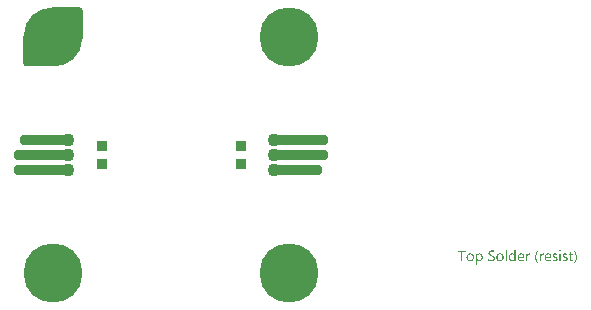
<source format=gts>
G04*
G04 #@! TF.GenerationSoftware,Altium Limited,Altium Designer,22.4.2 (48)*
G04*
G04 Layer_Color=8388736*
%FSAX44Y44*%
%MOMM*%
G71*
G04*
G04 #@! TF.SameCoordinates,3CED078E-C40B-4900-A66E-FCBC5E85EC31*
G04*
G04*
G04 #@! TF.FilePolarity,Negative*
G04*
G01*
G75*
G04:AMPARAMS|DCode=16|XSize=0.9mm|YSize=4.8mm|CornerRadius=0.351mm|HoleSize=0mm|Usage=FLASHONLY|Rotation=90.000|XOffset=0mm|YOffset=0mm|HoleType=Round|Shape=RoundedRectangle|*
%AMROUNDEDRECTD16*
21,1,0.9000,4.0980,0,0,90.0*
21,1,0.1980,4.8000,0,0,90.0*
1,1,0.7020,2.0490,0.0990*
1,1,0.7020,2.0490,-0.0990*
1,1,0.7020,-2.0490,-0.0990*
1,1,0.7020,-2.0490,0.0990*
%
%ADD16ROUNDEDRECTD16*%
G04:AMPARAMS|DCode=17|XSize=0.9mm|YSize=4.3mm|CornerRadius=0.351mm|HoleSize=0mm|Usage=FLASHONLY|Rotation=90.000|XOffset=0mm|YOffset=0mm|HoleType=Round|Shape=RoundedRectangle|*
%AMROUNDEDRECTD17*
21,1,0.9000,3.5980,0,0,90.0*
21,1,0.1980,4.3000,0,0,90.0*
1,1,0.7020,1.7990,0.0990*
1,1,0.7020,1.7990,-0.0990*
1,1,0.7020,-1.7990,-0.0990*
1,1,0.7020,-1.7990,0.0990*
%
%ADD17ROUNDEDRECTD17*%
%ADD18R,0.9500X0.9500*%
%ADD19C,1.1000*%
%ADD20C,0.1500*%
%ADD21C,5.0000*%
G36*
X-00077764Y00125148D02*
X-00077530Y00125120D01*
X-00077299Y00125074D01*
X-00077072Y00125010D01*
X-00076851Y00124929D01*
X-00076637Y00124830D01*
X-00076431Y00124715D01*
X-00076235Y00124584D01*
X-00076050Y00124438D01*
X-00075877Y00124278D01*
X-00075717Y00124105D01*
X-00075571Y00123919D01*
X-00075440Y00123723D01*
X-00075325Y00123518D01*
X-00075226Y00123304D01*
X-00075144Y00123083D01*
X-00075080Y00122856D01*
X-00075034Y00122624D01*
X-00075007Y00122390D01*
X-00074998Y00122155D01*
X-00074998Y00099000D01*
X-00075007Y00098764D01*
X-00075034Y00098530D01*
X-00075080Y00098299D01*
X-00075144Y00098072D01*
X-00075185Y00097962D01*
X-00075226Y00097851D01*
X-00075275Y00097744D01*
X-00075325Y00097637D01*
X-00075366Y00097563D01*
X-00075440Y00097431D01*
X-00075571Y00097235D01*
X-00075717Y00097050D01*
X-00075794Y00096967D01*
X-00075877Y00096877D01*
X-00075877Y00096877D01*
X-00096877Y00075877D01*
X-00097050Y00075717D01*
X-00097235Y00075571D01*
X-00097431Y00075440D01*
X-00097637Y00075325D01*
X-00097851Y00075226D01*
X-00098072Y00075145D01*
X-00098299Y00075081D01*
X-00098530Y00075035D01*
X-00098764Y00075007D01*
X-00099000Y00074998D01*
X-00122155Y00074998D01*
X-00122390Y00075007D01*
X-00122624Y00075035D01*
X-00122855Y00075081D01*
X-00123082Y00075145D01*
X-00123303Y00075226D01*
X-00123518Y00075325D01*
X-00123723Y00075440D01*
X-00123919Y00075571D01*
X-00124104Y00075717D01*
X-00124277Y00075877D01*
X-00124437Y00076050D01*
X-00124583Y00076235D01*
X-00124714Y00076431D01*
X-00124830Y00076637D01*
X-00124928Y00076851D01*
X-00125010Y00077072D01*
X-00125074Y00077299D01*
X-00125120Y00077530D01*
X-00125147Y00077765D01*
X-00125157Y00078000D01*
X-00125157Y00099845D01*
X-00125157Y00099845D01*
X-00125147Y00100081D01*
X-00125120Y00100315D01*
X-00125074Y00100546D01*
X-00125010Y00100773D01*
X-00124928Y00100994D01*
X-00124830Y00101208D01*
X-00124714Y00101414D01*
X-00124583Y00101610D01*
X-00124437Y00101795D01*
X-00124277Y00101968D01*
X-00101968Y00124278D01*
X-00101795Y00124438D01*
X-00101610Y00124584D01*
X-00101414Y00124715D01*
X-00101208Y00124830D01*
X-00100994Y00124929D01*
X-00100773Y00125010D01*
X-00100546Y00125074D01*
X-00100315Y00125120D01*
X-00100081Y00125148D01*
X-00099845Y00125157D01*
X-00078000Y00125157D01*
X-00077764Y00125148D01*
X-00077764Y00125148D02*
G37*
G36*
X00329311Y-00080514D02*
X00329382Y-00080530D01*
X00329452Y-00080554D01*
X00329531Y-00080593D01*
X00329609Y-00080640D01*
X00329688Y-00080703D01*
X00329696Y-00080710D01*
X00329719Y-00080734D01*
X00329751Y-00080773D01*
X00329790Y-00080828D01*
X00329821Y-00080899D01*
X00329853Y-00080977D01*
X00329876Y-00081072D01*
X00329884Y-00081173D01*
X00329884Y-00081189D01*
X00329884Y-00081221D01*
X00329876Y-00081268D01*
X00329860Y-00081338D01*
X00329837Y-00081409D01*
X00329798Y-00081488D01*
X00329751Y-00081566D01*
X00329688Y-00081644D01*
X00329680Y-00081652D01*
X00329656Y-00081676D01*
X00329609Y-00081707D01*
X00329554Y-00081739D01*
X00329484Y-00081770D01*
X00329405Y-00081801D01*
X00329319Y-00081825D01*
X00329217Y-00081833D01*
X00329170Y-00081833D01*
X00329123Y-00081825D01*
X00329052Y-00081809D01*
X00328981Y-00081786D01*
X00328903Y-00081754D01*
X00328824Y-00081715D01*
X00328746Y-00081652D01*
X00328738Y-00081644D01*
X00328714Y-00081621D01*
X00328683Y-00081574D01*
X00328652Y-00081519D01*
X00328620Y-00081456D01*
X00328589Y-00081370D01*
X00328565Y-00081276D01*
X00328558Y-00081173D01*
X00328558Y-00081158D01*
X00328558Y-00081126D01*
X00328565Y-00081072D01*
X00328581Y-00081009D01*
X00328605Y-00080930D01*
X00328636Y-00080852D01*
X00328683Y-00080773D01*
X00328746Y-00080703D01*
X00328754Y-00080695D01*
X00328777Y-00080671D01*
X00328824Y-00080640D01*
X00328879Y-00080601D01*
X00328950Y-00080569D01*
X00329029Y-00080538D01*
X00329115Y-00080514D01*
X00329217Y-00080506D01*
X00329264Y-00080506D01*
X00329311Y-00080514D01*
X00329311Y-00080514D02*
G37*
G36*
X00271961Y-00080758D02*
X00272071Y-00080758D01*
X00272197Y-00080765D01*
X00272338Y-00080773D01*
X00272487Y-00080789D01*
X00272801Y-00080828D01*
X00273115Y-00080883D01*
X00273272Y-00080922D01*
X00273413Y-00080962D01*
X00273555Y-00081017D01*
X00273672Y-00081072D01*
X00273672Y-00082249D01*
X00273664Y-00082241D01*
X00273633Y-00082225D01*
X00273594Y-00082202D01*
X00273531Y-00082163D01*
X00273452Y-00082123D01*
X00273358Y-00082076D01*
X00273249Y-00082021D01*
X00273123Y-00081974D01*
X00272982Y-00081919D01*
X00272825Y-00081872D01*
X00272660Y-00081825D01*
X00272479Y-00081786D01*
X00272291Y-00081747D01*
X00272087Y-00081723D01*
X00271867Y-00081707D01*
X00271639Y-00081699D01*
X00271514Y-00081699D01*
X00271428Y-00081707D01*
X00271326Y-00081715D01*
X00271208Y-00081731D01*
X00271082Y-00081747D01*
X00270957Y-00081770D01*
X00270941Y-00081770D01*
X00270902Y-00081786D01*
X00270839Y-00081801D01*
X00270753Y-00081825D01*
X00270658Y-00081856D01*
X00270556Y-00081896D01*
X00270446Y-00081951D01*
X00270345Y-00082006D01*
X00270337Y-00082013D01*
X00270297Y-00082037D01*
X00270250Y-00082068D01*
X00270187Y-00082115D01*
X00270125Y-00082178D01*
X00270046Y-00082249D01*
X00269976Y-00082327D01*
X00269913Y-00082422D01*
X00269905Y-00082429D01*
X00269889Y-00082469D01*
X00269858Y-00082523D01*
X00269834Y-00082594D01*
X00269803Y-00082681D01*
X00269771Y-00082790D01*
X00269756Y-00082908D01*
X00269748Y-00083041D01*
X00269748Y-00083057D01*
X00269748Y-00083097D01*
X00269756Y-00083167D01*
X00269764Y-00083246D01*
X00269779Y-00083340D01*
X00269803Y-00083442D01*
X00269834Y-00083544D01*
X00269874Y-00083638D01*
X00269881Y-00083646D01*
X00269897Y-00083677D01*
X00269928Y-00083724D01*
X00269968Y-00083787D01*
X00270023Y-00083858D01*
X00270086Y-00083936D01*
X00270164Y-00084015D01*
X00270250Y-00084093D01*
X00270258Y-00084101D01*
X00270297Y-00084125D01*
X00270352Y-00084172D01*
X00270423Y-00084219D01*
X00270509Y-00084282D01*
X00270611Y-00084344D01*
X00270729Y-00084423D01*
X00270855Y-00084494D01*
X00270863Y-00084494D01*
X00270870Y-00084501D01*
X00270917Y-00084525D01*
X00270996Y-00084564D01*
X00271090Y-00084619D01*
X00271216Y-00084674D01*
X00271357Y-00084745D01*
X00271514Y-00084823D01*
X00271679Y-00084909D01*
X00271687Y-00084909D01*
X00271702Y-00084917D01*
X00271726Y-00084933D01*
X00271757Y-00084949D01*
X00271804Y-00084972D01*
X00271851Y-00084996D01*
X00271969Y-00085059D01*
X00272110Y-00085137D01*
X00272267Y-00085223D01*
X00272424Y-00085310D01*
X00272589Y-00085412D01*
X00272597Y-00085412D01*
X00272605Y-00085420D01*
X00272628Y-00085435D01*
X00272660Y-00085459D01*
X00272746Y-00085514D01*
X00272848Y-00085584D01*
X00272966Y-00085671D01*
X00273092Y-00085765D01*
X00273217Y-00085875D01*
X00273343Y-00085993D01*
X00273358Y-00086008D01*
X00273398Y-00086047D01*
X00273452Y-00086110D01*
X00273531Y-00086197D01*
X00273610Y-00086299D01*
X00273696Y-00086416D01*
X00273774Y-00086550D01*
X00273853Y-00086691D01*
X00273853Y-00086699D01*
X00273861Y-00086707D01*
X00273869Y-00086730D01*
X00273884Y-00086762D01*
X00273916Y-00086840D01*
X00273955Y-00086942D01*
X00273986Y-00087076D01*
X00274018Y-00087225D01*
X00274041Y-00087390D01*
X00274049Y-00087570D01*
X00274049Y-00087578D01*
X00274049Y-00087602D01*
X00274049Y-00087633D01*
X00274049Y-00087680D01*
X00274041Y-00087735D01*
X00274033Y-00087806D01*
X00274025Y-00087876D01*
X00274018Y-00087955D01*
X00273986Y-00088135D01*
X00273939Y-00088324D01*
X00273876Y-00088512D01*
X00273790Y-00088693D01*
X00273790Y-00088700D01*
X00273782Y-00088716D01*
X00273766Y-00088740D01*
X00273743Y-00088771D01*
X00273688Y-00088849D01*
X00273610Y-00088959D01*
X00273507Y-00089077D01*
X00273390Y-00089203D01*
X00273249Y-00089320D01*
X00273092Y-00089438D01*
X00273084Y-00089438D01*
X00273068Y-00089454D01*
X00273044Y-00089462D01*
X00273013Y-00089485D01*
X00272974Y-00089509D01*
X00272919Y-00089532D01*
X00272801Y-00089595D01*
X00272652Y-00089658D01*
X00272479Y-00089728D01*
X00272291Y-00089791D01*
X00272079Y-00089846D01*
X00272071Y-00089846D01*
X00272055Y-00089854D01*
X00272024Y-00089854D01*
X00271977Y-00089862D01*
X00271930Y-00089878D01*
X00271867Y-00089886D01*
X00271796Y-00089893D01*
X00271710Y-00089909D01*
X00271530Y-00089933D01*
X00271326Y-00089948D01*
X00271106Y-00089964D01*
X00270870Y-00089972D01*
X00270784Y-00089972D01*
X00270729Y-00089964D01*
X00270651Y-00089964D01*
X00270556Y-00089956D01*
X00270454Y-00089948D01*
X00270345Y-00089933D01*
X00270329Y-00089933D01*
X00270290Y-00089925D01*
X00270227Y-00089917D01*
X00270148Y-00089909D01*
X00270054Y-00089893D01*
X00269944Y-00089878D01*
X00269834Y-00089862D01*
X00269709Y-00089838D01*
X00269693Y-00089838D01*
X00269654Y-00089831D01*
X00269591Y-00089815D01*
X00269513Y-00089791D01*
X00269418Y-00089776D01*
X00269316Y-00089744D01*
X00269097Y-00089681D01*
X00269081Y-00089674D01*
X00269049Y-00089666D01*
X00268995Y-00089642D01*
X00268932Y-00089619D01*
X00268861Y-00089587D01*
X00268783Y-00089548D01*
X00268704Y-00089509D01*
X00268633Y-00089462D01*
X00268633Y-00088229D01*
X00268641Y-00088237D01*
X00268673Y-00088261D01*
X00268720Y-00088300D01*
X00268775Y-00088339D01*
X00268853Y-00088394D01*
X00268940Y-00088449D01*
X00269034Y-00088512D01*
X00269144Y-00088567D01*
X00269159Y-00088575D01*
X00269199Y-00088590D01*
X00269254Y-00088622D01*
X00269332Y-00088653D01*
X00269426Y-00088693D01*
X00269528Y-00088740D01*
X00269646Y-00088787D01*
X00269764Y-00088826D01*
X00269779Y-00088834D01*
X00269819Y-00088842D01*
X00269889Y-00088857D01*
X00269968Y-00088881D01*
X00270070Y-00088912D01*
X00270180Y-00088936D01*
X00270423Y-00088983D01*
X00270439Y-00088983D01*
X00270478Y-00088991D01*
X00270541Y-00088999D01*
X00270627Y-00089007D01*
X00270721Y-00089022D01*
X00270823Y-00089030D01*
X00271035Y-00089038D01*
X00271129Y-00089038D01*
X00271192Y-00089030D01*
X00271271Y-00089030D01*
X00271365Y-00089022D01*
X00271467Y-00089007D01*
X00271577Y-00088991D01*
X00271812Y-00088952D01*
X00272048Y-00088889D01*
X00272275Y-00088802D01*
X00272377Y-00088747D01*
X00272472Y-00088685D01*
X00272479Y-00088677D01*
X00272495Y-00088669D01*
X00272519Y-00088645D01*
X00272550Y-00088614D01*
X00272581Y-00088583D01*
X00272621Y-00088535D01*
X00272668Y-00088481D01*
X00272715Y-00088418D01*
X00272754Y-00088347D01*
X00272801Y-00088277D01*
X00272880Y-00088096D01*
X00272903Y-00087994D01*
X00272927Y-00087884D01*
X00272942Y-00087774D01*
X00272950Y-00087649D01*
X00272950Y-00087641D01*
X00272950Y-00087633D01*
X00272950Y-00087586D01*
X00272942Y-00087523D01*
X00272934Y-00087437D01*
X00272911Y-00087335D01*
X00272887Y-00087233D01*
X00272848Y-00087123D01*
X00272793Y-00087021D01*
X00272785Y-00087005D01*
X00272762Y-00086974D01*
X00272731Y-00086927D01*
X00272683Y-00086856D01*
X00272621Y-00086785D01*
X00272542Y-00086699D01*
X00272456Y-00086621D01*
X00272354Y-00086534D01*
X00272338Y-00086526D01*
X00272307Y-00086495D01*
X00272244Y-00086448D01*
X00272165Y-00086393D01*
X00272063Y-00086330D01*
X00271954Y-00086259D01*
X00271828Y-00086181D01*
X00271687Y-00086110D01*
X00271679Y-00086110D01*
X00271671Y-00086103D01*
X00271647Y-00086087D01*
X00271624Y-00086071D01*
X00271545Y-00086032D01*
X00271443Y-00085977D01*
X00271318Y-00085914D01*
X00271176Y-00085843D01*
X00271027Y-00085765D01*
X00270863Y-00085679D01*
X00270855Y-00085679D01*
X00270839Y-00085671D01*
X00270815Y-00085655D01*
X00270784Y-00085639D01*
X00270698Y-00085592D01*
X00270580Y-00085529D01*
X00270446Y-00085459D01*
X00270297Y-00085380D01*
X00269991Y-00085200D01*
X00269984Y-00085200D01*
X00269976Y-00085192D01*
X00269952Y-00085176D01*
X00269921Y-00085161D01*
X00269850Y-00085106D01*
X00269756Y-00085043D01*
X00269646Y-00084964D01*
X00269528Y-00084870D01*
X00269410Y-00084776D01*
X00269293Y-00084666D01*
X00269277Y-00084650D01*
X00269246Y-00084611D01*
X00269191Y-00084556D01*
X00269120Y-00084478D01*
X00269049Y-00084376D01*
X00268971Y-00084266D01*
X00268892Y-00084140D01*
X00268822Y-00084007D01*
X00268822Y-00083999D01*
X00268814Y-00083991D01*
X00268806Y-00083968D01*
X00268798Y-00083936D01*
X00268767Y-00083858D01*
X00268736Y-00083756D01*
X00268704Y-00083630D01*
X00268673Y-00083481D01*
X00268657Y-00083316D01*
X00268649Y-00083136D01*
X00268649Y-00083128D01*
X00268649Y-00083112D01*
X00268649Y-00083073D01*
X00268657Y-00083034D01*
X00268657Y-00082979D01*
X00268665Y-00082916D01*
X00268681Y-00082775D01*
X00268712Y-00082610D01*
X00268759Y-00082429D01*
X00268830Y-00082249D01*
X00268916Y-00082076D01*
X00268916Y-00082068D01*
X00268932Y-00082053D01*
X00268947Y-00082029D01*
X00268963Y-00081998D01*
X00269026Y-00081919D01*
X00269104Y-00081809D01*
X00269206Y-00081692D01*
X00269324Y-00081566D01*
X00269458Y-00081448D01*
X00269615Y-00081330D01*
X00269622Y-00081330D01*
X00269638Y-00081315D01*
X00269662Y-00081299D01*
X00269693Y-00081283D01*
X00269732Y-00081260D01*
X00269779Y-00081229D01*
X00269905Y-00081166D01*
X00270054Y-00081095D01*
X00270219Y-00081024D01*
X00270407Y-00080954D01*
X00270611Y-00080899D01*
X00270619Y-00080899D01*
X00270635Y-00080891D01*
X00270666Y-00080883D01*
X00270706Y-00080875D01*
X00270760Y-00080868D01*
X00270815Y-00080852D01*
X00270886Y-00080836D01*
X00270965Y-00080820D01*
X00271137Y-00080797D01*
X00271326Y-00080773D01*
X00271537Y-00080758D01*
X00271749Y-00080750D01*
X00271875Y-00080750D01*
X00271961Y-00080758D01*
X00271961Y-00080758D02*
G37*
G36*
X00291685Y-00089823D02*
X00290665Y-00089823D01*
X00290665Y-00088747D01*
X00290641Y-00088747D01*
X00290633Y-00088763D01*
X00290610Y-00088802D01*
X00290562Y-00088857D01*
X00290508Y-00088936D01*
X00290429Y-00089030D01*
X00290343Y-00089132D01*
X00290233Y-00089242D01*
X00290099Y-00089360D01*
X00289958Y-00089477D01*
X00289793Y-00089587D01*
X00289613Y-00089689D01*
X00289417Y-00089783D01*
X00289205Y-00089862D01*
X00288969Y-00089917D01*
X00288718Y-00089956D01*
X00288451Y-00089972D01*
X00288396Y-00089972D01*
X00288333Y-00089964D01*
X00288255Y-00089956D01*
X00288153Y-00089948D01*
X00288035Y-00089925D01*
X00287902Y-00089901D01*
X00287761Y-00089862D01*
X00287611Y-00089823D01*
X00287454Y-00089760D01*
X00287297Y-00089697D01*
X00287133Y-00089611D01*
X00286976Y-00089517D01*
X00286819Y-00089399D01*
X00286670Y-00089265D01*
X00286528Y-00089116D01*
X00286521Y-00089108D01*
X00286497Y-00089077D01*
X00286465Y-00089030D01*
X00286418Y-00088959D01*
X00286364Y-00088873D01*
X00286301Y-00088771D01*
X00286238Y-00088645D01*
X00286175Y-00088504D01*
X00286105Y-00088347D01*
X00286042Y-00088174D01*
X00285979Y-00087978D01*
X00285924Y-00087774D01*
X00285877Y-00087555D01*
X00285846Y-00087311D01*
X00285822Y-00087060D01*
X00285814Y-00086793D01*
X00285814Y-00086785D01*
X00285814Y-00086777D01*
X00285814Y-00086754D01*
X00285814Y-00086722D01*
X00285822Y-00086644D01*
X00285830Y-00086534D01*
X00285838Y-00086393D01*
X00285853Y-00086244D01*
X00285877Y-00086071D01*
X00285916Y-00085883D01*
X00285955Y-00085687D01*
X00286010Y-00085475D01*
X00286073Y-00085271D01*
X00286152Y-00085051D01*
X00286238Y-00084847D01*
X00286348Y-00084643D01*
X00286465Y-00084446D01*
X00286607Y-00084258D01*
X00286615Y-00084250D01*
X00286646Y-00084219D01*
X00286693Y-00084172D01*
X00286756Y-00084109D01*
X00286834Y-00084038D01*
X00286929Y-00083952D01*
X00287046Y-00083866D01*
X00287172Y-00083779D01*
X00287321Y-00083693D01*
X00287478Y-00083607D01*
X00287651Y-00083520D01*
X00287839Y-00083450D01*
X00288043Y-00083387D01*
X00288263Y-00083340D01*
X00288491Y-00083308D01*
X00288734Y-00083301D01*
X00288789Y-00083301D01*
X00288859Y-00083308D01*
X00288946Y-00083316D01*
X00289056Y-00083332D01*
X00289181Y-00083356D01*
X00289315Y-00083387D01*
X00289464Y-00083426D01*
X00289621Y-00083481D01*
X00289778Y-00083552D01*
X00289935Y-00083638D01*
X00290092Y-00083740D01*
X00290241Y-00083858D01*
X00290390Y-00083991D01*
X00290523Y-00084156D01*
X00290641Y-00084337D01*
X00290665Y-00084337D01*
X00290665Y-00080389D01*
X00291685Y-00080389D01*
X00291685Y-00089823D01*
X00291685Y-00089823D02*
G37*
G36*
X00261295Y-00083308D02*
X00261381Y-00083316D01*
X00261483Y-00083324D01*
X00261601Y-00083348D01*
X00261735Y-00083371D01*
X00261884Y-00083410D01*
X00262033Y-00083457D01*
X00262190Y-00083512D01*
X00262347Y-00083583D01*
X00262512Y-00083662D01*
X00262669Y-00083764D01*
X00262818Y-00083881D01*
X00262967Y-00084015D01*
X00263100Y-00084164D01*
X00263108Y-00084172D01*
X00263132Y-00084203D01*
X00263163Y-00084250D01*
X00263210Y-00084321D01*
X00263257Y-00084407D01*
X00263320Y-00084509D01*
X00263383Y-00084635D01*
X00263446Y-00084768D01*
X00263508Y-00084925D01*
X00263571Y-00085098D01*
X00263634Y-00085286D01*
X00263681Y-00085490D01*
X00263728Y-00085710D01*
X00263759Y-00085946D01*
X00263783Y-00086197D01*
X00263791Y-00086456D01*
X00263791Y-00086463D01*
X00263791Y-00086471D01*
X00263791Y-00086495D01*
X00263791Y-00086526D01*
X00263783Y-00086613D01*
X00263775Y-00086722D01*
X00263767Y-00086856D01*
X00263752Y-00087013D01*
X00263728Y-00087186D01*
X00263697Y-00087374D01*
X00263650Y-00087570D01*
X00263603Y-00087782D01*
X00263540Y-00087994D01*
X00263461Y-00088206D01*
X00263375Y-00088418D01*
X00263273Y-00088630D01*
X00263147Y-00088826D01*
X00263014Y-00089014D01*
X00263006Y-00089022D01*
X00262975Y-00089053D01*
X00262935Y-00089101D01*
X00262873Y-00089163D01*
X00262794Y-00089234D01*
X00262700Y-00089320D01*
X00262582Y-00089407D01*
X00262457Y-00089493D01*
X00262315Y-00089579D01*
X00262151Y-00089666D01*
X00261978Y-00089752D01*
X00261789Y-00089823D01*
X00261586Y-00089886D01*
X00261366Y-00089933D01*
X00261130Y-00089964D01*
X00260887Y-00089972D01*
X00260832Y-00089972D01*
X00260769Y-00089964D01*
X00260683Y-00089956D01*
X00260581Y-00089940D01*
X00260463Y-00089917D01*
X00260330Y-00089886D01*
X00260181Y-00089838D01*
X00260031Y-00089783D01*
X00259874Y-00089713D01*
X00259718Y-00089627D01*
X00259553Y-00089524D01*
X00259396Y-00089399D01*
X00259247Y-00089258D01*
X00259105Y-00089093D01*
X00258972Y-00088904D01*
X00258948Y-00088904D01*
X00258948Y-00092750D01*
X00257928Y-00092750D01*
X00257928Y-00083450D01*
X00258948Y-00083450D01*
X00258948Y-00084572D01*
X00258972Y-00084572D01*
X00258980Y-00084556D01*
X00259011Y-00084517D01*
X00259050Y-00084454D01*
X00259113Y-00084376D01*
X00259192Y-00084274D01*
X00259286Y-00084172D01*
X00259403Y-00084054D01*
X00259529Y-00083936D01*
X00259678Y-00083819D01*
X00259843Y-00083701D01*
X00260024Y-00083599D01*
X00260220Y-00083497D01*
X00260432Y-00083418D01*
X00260667Y-00083356D01*
X00260910Y-00083316D01*
X00261177Y-00083301D01*
X00261232Y-00083301D01*
X00261295Y-00083308D01*
X00261295Y-00083308D02*
G37*
G36*
X00333981Y-00083308D02*
X00334052Y-00083308D01*
X00334138Y-00083316D01*
X00334232Y-00083324D01*
X00334334Y-00083340D01*
X00334570Y-00083371D01*
X00334813Y-00083426D01*
X00335072Y-00083497D01*
X00335323Y-00083591D01*
X00335323Y-00084627D01*
X00335315Y-00084619D01*
X00335292Y-00084603D01*
X00335252Y-00084588D01*
X00335197Y-00084556D01*
X00335135Y-00084517D01*
X00335056Y-00084478D01*
X00334962Y-00084439D01*
X00334860Y-00084391D01*
X00334742Y-00084352D01*
X00334624Y-00084313D01*
X00334491Y-00084274D01*
X00334350Y-00084235D01*
X00334193Y-00084203D01*
X00334036Y-00084187D01*
X00333879Y-00084172D01*
X00333706Y-00084164D01*
X00333604Y-00084164D01*
X00333534Y-00084172D01*
X00333455Y-00084180D01*
X00333369Y-00084195D01*
X00333188Y-00084235D01*
X00333180Y-00084235D01*
X00333149Y-00084242D01*
X00333110Y-00084258D01*
X00333055Y-00084282D01*
X00332929Y-00084337D01*
X00332796Y-00084415D01*
X00332788Y-00084423D01*
X00332772Y-00084439D01*
X00332741Y-00084462D01*
X00332702Y-00084494D01*
X00332615Y-00084580D01*
X00332537Y-00084698D01*
X00332537Y-00084705D01*
X00332521Y-00084729D01*
X00332513Y-00084760D01*
X00332498Y-00084808D01*
X00332482Y-00084854D01*
X00332466Y-00084917D01*
X00332458Y-00084988D01*
X00332450Y-00085059D01*
X00332450Y-00085066D01*
X00332450Y-00085098D01*
X00332458Y-00085145D01*
X00332458Y-00085208D01*
X00332474Y-00085271D01*
X00332490Y-00085341D01*
X00332505Y-00085412D01*
X00332537Y-00085482D01*
X00332545Y-00085490D01*
X00332552Y-00085514D01*
X00332576Y-00085545D01*
X00332607Y-00085584D01*
X00332647Y-00085624D01*
X00332686Y-00085679D01*
X00332804Y-00085781D01*
X00332812Y-00085788D01*
X00332835Y-00085804D01*
X00332874Y-00085828D01*
X00332921Y-00085859D01*
X00332984Y-00085891D01*
X00333055Y-00085930D01*
X00333141Y-00085977D01*
X00333228Y-00086016D01*
X00333235Y-00086024D01*
X00333275Y-00086032D01*
X00333322Y-00086055D01*
X00333392Y-00086079D01*
X00333479Y-00086118D01*
X00333573Y-00086157D01*
X00333675Y-00086197D01*
X00333793Y-00086244D01*
X00333800Y-00086244D01*
X00333808Y-00086252D01*
X00333832Y-00086259D01*
X00333863Y-00086267D01*
X00333942Y-00086299D01*
X00334044Y-00086346D01*
X00334161Y-00086393D01*
X00334295Y-00086448D01*
X00334428Y-00086511D01*
X00334554Y-00086573D01*
X00334562Y-00086573D01*
X00334570Y-00086581D01*
X00334609Y-00086605D01*
X00334672Y-00086636D01*
X00334750Y-00086683D01*
X00334844Y-00086746D01*
X00334939Y-00086809D01*
X00335033Y-00086887D01*
X00335127Y-00086966D01*
X00335135Y-00086974D01*
X00335166Y-00087005D01*
X00335205Y-00087044D01*
X00335260Y-00087107D01*
X00335315Y-00087178D01*
X00335378Y-00087264D01*
X00335433Y-00087358D01*
X00335488Y-00087460D01*
X00335496Y-00087476D01*
X00335511Y-00087507D01*
X00335527Y-00087570D01*
X00335551Y-00087649D01*
X00335574Y-00087743D01*
X00335598Y-00087853D01*
X00335606Y-00087978D01*
X00335614Y-00088120D01*
X00335614Y-00088127D01*
X00335614Y-00088143D01*
X00335614Y-00088167D01*
X00335614Y-00088198D01*
X00335606Y-00088284D01*
X00335590Y-00088402D01*
X00335559Y-00088528D01*
X00335527Y-00088669D01*
X00335472Y-00088810D01*
X00335401Y-00088944D01*
X00335394Y-00088959D01*
X00335362Y-00088999D01*
X00335315Y-00089061D01*
X00335252Y-00089148D01*
X00335174Y-00089234D01*
X00335080Y-00089336D01*
X00334970Y-00089430D01*
X00334844Y-00089524D01*
X00334829Y-00089532D01*
X00334781Y-00089564D01*
X00334711Y-00089603D01*
X00334617Y-00089650D01*
X00334499Y-00089705D01*
X00334358Y-00089760D01*
X00334209Y-00089815D01*
X00334044Y-00089862D01*
X00334036Y-00089862D01*
X00334020Y-00089870D01*
X00333997Y-00089870D01*
X00333965Y-00089878D01*
X00333926Y-00089886D01*
X00333879Y-00089893D01*
X00333761Y-00089917D01*
X00333612Y-00089940D01*
X00333455Y-00089956D01*
X00333282Y-00089964D01*
X00333094Y-00089972D01*
X00333000Y-00089972D01*
X00332929Y-00089964D01*
X00332843Y-00089964D01*
X00332749Y-00089948D01*
X00332631Y-00089940D01*
X00332513Y-00089925D01*
X00332380Y-00089901D01*
X00332246Y-00089878D01*
X00331964Y-00089815D01*
X00331674Y-00089721D01*
X00331532Y-00089658D01*
X00331391Y-00089595D01*
X00331391Y-00088504D01*
X00331399Y-00088512D01*
X00331430Y-00088528D01*
X00331477Y-00088559D01*
X00331540Y-00088598D01*
X00331618Y-00088645D01*
X00331705Y-00088700D01*
X00331815Y-00088755D01*
X00331932Y-00088810D01*
X00332066Y-00088865D01*
X00332207Y-00088920D01*
X00332356Y-00088975D01*
X00332513Y-00089022D01*
X00332686Y-00089061D01*
X00332859Y-00089093D01*
X00333039Y-00089108D01*
X00333228Y-00089116D01*
X00333282Y-00089116D01*
X00333353Y-00089108D01*
X00333439Y-00089101D01*
X00333541Y-00089085D01*
X00333651Y-00089069D01*
X00333777Y-00089038D01*
X00333903Y-00089007D01*
X00334020Y-00088959D01*
X00334146Y-00088897D01*
X00334256Y-00088826D01*
X00334358Y-00088740D01*
X00334444Y-00088638D01*
X00334515Y-00088520D01*
X00334554Y-00088379D01*
X00334570Y-00088300D01*
X00334570Y-00088222D01*
X00334570Y-00088214D01*
X00334570Y-00088174D01*
X00334562Y-00088127D01*
X00334554Y-00088073D01*
X00334538Y-00088002D01*
X00334523Y-00087931D01*
X00334491Y-00087861D01*
X00334452Y-00087790D01*
X00334444Y-00087782D01*
X00334428Y-00087759D01*
X00334405Y-00087727D01*
X00334373Y-00087680D01*
X00334326Y-00087633D01*
X00334279Y-00087578D01*
X00334216Y-00087531D01*
X00334146Y-00087476D01*
X00334138Y-00087468D01*
X00334114Y-00087452D01*
X00334067Y-00087429D01*
X00334012Y-00087390D01*
X00333950Y-00087350D01*
X00333871Y-00087311D01*
X00333777Y-00087272D01*
X00333683Y-00087233D01*
X00333667Y-00087225D01*
X00333636Y-00087217D01*
X00333581Y-00087193D01*
X00333510Y-00087162D01*
X00333432Y-00087123D01*
X00333330Y-00087084D01*
X00333228Y-00087044D01*
X00333118Y-00086997D01*
X00333110Y-00086997D01*
X00333102Y-00086989D01*
X00333078Y-00086981D01*
X00333047Y-00086966D01*
X00332968Y-00086934D01*
X00332866Y-00086895D01*
X00332749Y-00086840D01*
X00332623Y-00086785D01*
X00332498Y-00086722D01*
X00332372Y-00086660D01*
X00332356Y-00086652D01*
X00332317Y-00086628D01*
X00332262Y-00086597D01*
X00332184Y-00086550D01*
X00332097Y-00086487D01*
X00332011Y-00086424D01*
X00331917Y-00086354D01*
X00331830Y-00086275D01*
X00331823Y-00086267D01*
X00331799Y-00086236D01*
X00331760Y-00086197D01*
X00331713Y-00086134D01*
X00331658Y-00086063D01*
X00331603Y-00085977D01*
X00331556Y-00085891D01*
X00331509Y-00085788D01*
X00331501Y-00085773D01*
X00331493Y-00085741D01*
X00331477Y-00085679D01*
X00331461Y-00085608D01*
X00331438Y-00085514D01*
X00331422Y-00085404D01*
X00331414Y-00085278D01*
X00331407Y-00085145D01*
X00331407Y-00085137D01*
X00331407Y-00085121D01*
X00331407Y-00085098D01*
X00331407Y-00085066D01*
X00331414Y-00084988D01*
X00331430Y-00084878D01*
X00331454Y-00084753D01*
X00331493Y-00084619D01*
X00331540Y-00084486D01*
X00331611Y-00084352D01*
X00331611Y-00084344D01*
X00331618Y-00084337D01*
X00331650Y-00084297D01*
X00331697Y-00084235D01*
X00331752Y-00084148D01*
X00331830Y-00084062D01*
X00331925Y-00083968D01*
X00332034Y-00083866D01*
X00332152Y-00083779D01*
X00332160Y-00083779D01*
X00332168Y-00083771D01*
X00332215Y-00083740D01*
X00332286Y-00083701D01*
X00332380Y-00083646D01*
X00332498Y-00083591D01*
X00332631Y-00083528D01*
X00332780Y-00083473D01*
X00332937Y-00083426D01*
X00332945Y-00083426D01*
X00332961Y-00083418D01*
X00332984Y-00083410D01*
X00333016Y-00083403D01*
X00333055Y-00083395D01*
X00333102Y-00083387D01*
X00333212Y-00083363D01*
X00333353Y-00083340D01*
X00333502Y-00083316D01*
X00333667Y-00083308D01*
X00333840Y-00083301D01*
X00333918Y-00083301D01*
X00333981Y-00083308D01*
X00333981Y-00083308D02*
G37*
G36*
X00325489Y-00083308D02*
X00325559Y-00083308D01*
X00325646Y-00083316D01*
X00325740Y-00083324D01*
X00325842Y-00083340D01*
X00326077Y-00083371D01*
X00326321Y-00083426D01*
X00326580Y-00083497D01*
X00326831Y-00083591D01*
X00326831Y-00084627D01*
X00326823Y-00084619D01*
X00326800Y-00084603D01*
X00326760Y-00084588D01*
X00326705Y-00084556D01*
X00326642Y-00084517D01*
X00326564Y-00084478D01*
X00326470Y-00084439D01*
X00326368Y-00084391D01*
X00326250Y-00084352D01*
X00326132Y-00084313D01*
X00325999Y-00084274D01*
X00325858Y-00084235D01*
X00325701Y-00084203D01*
X00325544Y-00084187D01*
X00325387Y-00084172D01*
X00325214Y-00084164D01*
X00325112Y-00084164D01*
X00325041Y-00084172D01*
X00324963Y-00084180D01*
X00324877Y-00084195D01*
X00324696Y-00084235D01*
X00324688Y-00084235D01*
X00324657Y-00084242D01*
X00324618Y-00084258D01*
X00324563Y-00084282D01*
X00324437Y-00084337D01*
X00324304Y-00084415D01*
X00324296Y-00084423D01*
X00324280Y-00084439D01*
X00324249Y-00084462D01*
X00324209Y-00084494D01*
X00324123Y-00084580D01*
X00324045Y-00084698D01*
X00324045Y-00084705D01*
X00324029Y-00084729D01*
X00324021Y-00084760D01*
X00324005Y-00084808D01*
X00323990Y-00084854D01*
X00323974Y-00084917D01*
X00323966Y-00084988D01*
X00323958Y-00085059D01*
X00323958Y-00085066D01*
X00323958Y-00085098D01*
X00323966Y-00085145D01*
X00323966Y-00085208D01*
X00323982Y-00085271D01*
X00323997Y-00085341D01*
X00324013Y-00085412D01*
X00324045Y-00085482D01*
X00324053Y-00085490D01*
X00324060Y-00085514D01*
X00324084Y-00085545D01*
X00324115Y-00085584D01*
X00324155Y-00085624D01*
X00324194Y-00085679D01*
X00324311Y-00085781D01*
X00324319Y-00085788D01*
X00324343Y-00085804D01*
X00324382Y-00085828D01*
X00324429Y-00085859D01*
X00324492Y-00085891D01*
X00324563Y-00085930D01*
X00324649Y-00085977D01*
X00324735Y-00086016D01*
X00324743Y-00086024D01*
X00324782Y-00086032D01*
X00324829Y-00086055D01*
X00324900Y-00086079D01*
X00324986Y-00086118D01*
X00325081Y-00086157D01*
X00325183Y-00086197D01*
X00325300Y-00086244D01*
X00325308Y-00086244D01*
X00325316Y-00086252D01*
X00325340Y-00086259D01*
X00325371Y-00086267D01*
X00325449Y-00086299D01*
X00325551Y-00086346D01*
X00325669Y-00086393D01*
X00325803Y-00086448D01*
X00325936Y-00086511D01*
X00326062Y-00086573D01*
X00326070Y-00086573D01*
X00326077Y-00086581D01*
X00326117Y-00086605D01*
X00326179Y-00086636D01*
X00326258Y-00086683D01*
X00326352Y-00086746D01*
X00326446Y-00086809D01*
X00326540Y-00086887D01*
X00326635Y-00086966D01*
X00326642Y-00086974D01*
X00326674Y-00087005D01*
X00326713Y-00087044D01*
X00326768Y-00087107D01*
X00326823Y-00087178D01*
X00326886Y-00087264D01*
X00326941Y-00087358D01*
X00326996Y-00087460D01*
X00327004Y-00087476D01*
X00327019Y-00087507D01*
X00327035Y-00087570D01*
X00327058Y-00087649D01*
X00327082Y-00087743D01*
X00327106Y-00087853D01*
X00327113Y-00087978D01*
X00327121Y-00088120D01*
X00327121Y-00088127D01*
X00327121Y-00088143D01*
X00327121Y-00088167D01*
X00327121Y-00088198D01*
X00327113Y-00088284D01*
X00327098Y-00088402D01*
X00327066Y-00088528D01*
X00327035Y-00088669D01*
X00326980Y-00088810D01*
X00326909Y-00088944D01*
X00326902Y-00088959D01*
X00326870Y-00088999D01*
X00326823Y-00089061D01*
X00326760Y-00089148D01*
X00326682Y-00089234D01*
X00326588Y-00089336D01*
X00326478Y-00089430D01*
X00326352Y-00089524D01*
X00326336Y-00089532D01*
X00326289Y-00089564D01*
X00326219Y-00089603D01*
X00326124Y-00089650D01*
X00326007Y-00089705D01*
X00325866Y-00089760D01*
X00325716Y-00089815D01*
X00325551Y-00089862D01*
X00325544Y-00089862D01*
X00325528Y-00089870D01*
X00325504Y-00089870D01*
X00325473Y-00089878D01*
X00325434Y-00089886D01*
X00325387Y-00089893D01*
X00325269Y-00089917D01*
X00325120Y-00089940D01*
X00324963Y-00089956D01*
X00324790Y-00089964D01*
X00324602Y-00089972D01*
X00324508Y-00089972D01*
X00324437Y-00089964D01*
X00324351Y-00089964D01*
X00324257Y-00089948D01*
X00324139Y-00089940D01*
X00324021Y-00089925D01*
X00323888Y-00089901D01*
X00323754Y-00089878D01*
X00323472Y-00089815D01*
X00323181Y-00089721D01*
X00323040Y-00089658D01*
X00322899Y-00089595D01*
X00322899Y-00088504D01*
X00322907Y-00088512D01*
X00322938Y-00088528D01*
X00322985Y-00088559D01*
X00323048Y-00088598D01*
X00323126Y-00088645D01*
X00323213Y-00088700D01*
X00323322Y-00088755D01*
X00323440Y-00088810D01*
X00323574Y-00088865D01*
X00323715Y-00088920D01*
X00323864Y-00088975D01*
X00324021Y-00089022D01*
X00324194Y-00089061D01*
X00324366Y-00089093D01*
X00324547Y-00089108D01*
X00324735Y-00089116D01*
X00324790Y-00089116D01*
X00324861Y-00089108D01*
X00324947Y-00089101D01*
X00325049Y-00089085D01*
X00325159Y-00089069D01*
X00325285Y-00089038D01*
X00325410Y-00089007D01*
X00325528Y-00088959D01*
X00325654Y-00088897D01*
X00325764Y-00088826D01*
X00325866Y-00088740D01*
X00325952Y-00088638D01*
X00326022Y-00088520D01*
X00326062Y-00088379D01*
X00326077Y-00088300D01*
X00326077Y-00088222D01*
X00326077Y-00088214D01*
X00326077Y-00088174D01*
X00326070Y-00088127D01*
X00326062Y-00088073D01*
X00326046Y-00088002D01*
X00326030Y-00087931D01*
X00325999Y-00087861D01*
X00325960Y-00087790D01*
X00325952Y-00087782D01*
X00325936Y-00087759D01*
X00325913Y-00087727D01*
X00325881Y-00087680D01*
X00325834Y-00087633D01*
X00325787Y-00087578D01*
X00325724Y-00087531D01*
X00325654Y-00087476D01*
X00325646Y-00087468D01*
X00325622Y-00087452D01*
X00325575Y-00087429D01*
X00325520Y-00087390D01*
X00325457Y-00087350D01*
X00325379Y-00087311D01*
X00325285Y-00087272D01*
X00325191Y-00087233D01*
X00325175Y-00087225D01*
X00325143Y-00087217D01*
X00325089Y-00087193D01*
X00325018Y-00087162D01*
X00324939Y-00087123D01*
X00324837Y-00087084D01*
X00324735Y-00087044D01*
X00324625Y-00086997D01*
X00324618Y-00086997D01*
X00324610Y-00086989D01*
X00324586Y-00086981D01*
X00324555Y-00086966D01*
X00324476Y-00086934D01*
X00324374Y-00086895D01*
X00324257Y-00086840D01*
X00324131Y-00086785D01*
X00324005Y-00086722D01*
X00323880Y-00086660D01*
X00323864Y-00086652D01*
X00323825Y-00086628D01*
X00323770Y-00086597D01*
X00323691Y-00086550D01*
X00323605Y-00086487D01*
X00323519Y-00086424D01*
X00323425Y-00086354D01*
X00323338Y-00086275D01*
X00323330Y-00086267D01*
X00323307Y-00086236D01*
X00323268Y-00086197D01*
X00323220Y-00086134D01*
X00323166Y-00086063D01*
X00323111Y-00085977D01*
X00323064Y-00085891D01*
X00323016Y-00085788D01*
X00323009Y-00085773D01*
X00323001Y-00085741D01*
X00322985Y-00085679D01*
X00322969Y-00085608D01*
X00322946Y-00085514D01*
X00322930Y-00085404D01*
X00322922Y-00085278D01*
X00322914Y-00085145D01*
X00322914Y-00085137D01*
X00322914Y-00085121D01*
X00322914Y-00085098D01*
X00322914Y-00085066D01*
X00322922Y-00084988D01*
X00322938Y-00084878D01*
X00322962Y-00084753D01*
X00323001Y-00084619D01*
X00323048Y-00084486D01*
X00323119Y-00084352D01*
X00323119Y-00084344D01*
X00323126Y-00084337D01*
X00323158Y-00084297D01*
X00323205Y-00084235D01*
X00323260Y-00084148D01*
X00323338Y-00084062D01*
X00323432Y-00083968D01*
X00323542Y-00083866D01*
X00323660Y-00083779D01*
X00323668Y-00083779D01*
X00323676Y-00083771D01*
X00323723Y-00083740D01*
X00323793Y-00083701D01*
X00323888Y-00083646D01*
X00324005Y-00083591D01*
X00324139Y-00083528D01*
X00324288Y-00083473D01*
X00324445Y-00083426D01*
X00324453Y-00083426D01*
X00324468Y-00083418D01*
X00324492Y-00083410D01*
X00324523Y-00083403D01*
X00324563Y-00083395D01*
X00324610Y-00083387D01*
X00324720Y-00083363D01*
X00324861Y-00083340D01*
X00325010Y-00083316D01*
X00325175Y-00083308D01*
X00325348Y-00083301D01*
X00325426Y-00083301D01*
X00325489Y-00083308D01*
X00325489Y-00083308D02*
G37*
G36*
X00315042Y-00083348D02*
X00315129Y-00083348D01*
X00315223Y-00083363D01*
X00315325Y-00083379D01*
X00315427Y-00083395D01*
X00315513Y-00083426D01*
X00315513Y-00084486D01*
X00315497Y-00084478D01*
X00315466Y-00084454D01*
X00315403Y-00084423D01*
X00315317Y-00084384D01*
X00315199Y-00084344D01*
X00315074Y-00084313D01*
X00314917Y-00084289D01*
X00314736Y-00084282D01*
X00314673Y-00084282D01*
X00314626Y-00084289D01*
X00314571Y-00084297D01*
X00314509Y-00084313D01*
X00314359Y-00084360D01*
X00314273Y-00084391D01*
X00314187Y-00084431D01*
X00314093Y-00084486D01*
X00313998Y-00084541D01*
X00313912Y-00084611D01*
X00313818Y-00084698D01*
X00313732Y-00084792D01*
X00313645Y-00084902D01*
X00313637Y-00084909D01*
X00313629Y-00084933D01*
X00313606Y-00084964D01*
X00313575Y-00085012D01*
X00313543Y-00085074D01*
X00313504Y-00085153D01*
X00313465Y-00085239D01*
X00313426Y-00085341D01*
X00313386Y-00085451D01*
X00313347Y-00085577D01*
X00313308Y-00085718D01*
X00313276Y-00085867D01*
X00313245Y-00086032D01*
X00313221Y-00086205D01*
X00313214Y-00086385D01*
X00313206Y-00086581D01*
X00313206Y-00089823D01*
X00312185Y-00089823D01*
X00312185Y-00083450D01*
X00313206Y-00083450D01*
X00313206Y-00084768D01*
X00313229Y-00084768D01*
X00313229Y-00084760D01*
X00313237Y-00084737D01*
X00313253Y-00084705D01*
X00313269Y-00084658D01*
X00313292Y-00084603D01*
X00313323Y-00084533D01*
X00313394Y-00084384D01*
X00313488Y-00084211D01*
X00313606Y-00084038D01*
X00313739Y-00083874D01*
X00313896Y-00083716D01*
X00313904Y-00083709D01*
X00313920Y-00083701D01*
X00313944Y-00083685D01*
X00313975Y-00083654D01*
X00314014Y-00083630D01*
X00314069Y-00083599D01*
X00314187Y-00083528D01*
X00314336Y-00083457D01*
X00314509Y-00083395D01*
X00314697Y-00083356D01*
X00314799Y-00083348D01*
X00314901Y-00083340D01*
X00314964Y-00083340D01*
X00315042Y-00083348D01*
X00315042Y-00083348D02*
G37*
G36*
X00303269Y-00083348D02*
X00303356Y-00083348D01*
X00303450Y-00083363D01*
X00303552Y-00083379D01*
X00303654Y-00083395D01*
X00303740Y-00083426D01*
X00303740Y-00084486D01*
X00303725Y-00084478D01*
X00303693Y-00084454D01*
X00303630Y-00084423D01*
X00303544Y-00084384D01*
X00303426Y-00084344D01*
X00303301Y-00084313D01*
X00303144Y-00084289D01*
X00302963Y-00084282D01*
X00302901Y-00084282D01*
X00302853Y-00084289D01*
X00302799Y-00084297D01*
X00302736Y-00084313D01*
X00302586Y-00084360D01*
X00302500Y-00084391D01*
X00302414Y-00084431D01*
X00302320Y-00084486D01*
X00302225Y-00084541D01*
X00302139Y-00084611D01*
X00302045Y-00084698D01*
X00301959Y-00084792D01*
X00301872Y-00084902D01*
X00301864Y-00084909D01*
X00301857Y-00084933D01*
X00301833Y-00084964D01*
X00301802Y-00085012D01*
X00301770Y-00085074D01*
X00301731Y-00085153D01*
X00301692Y-00085239D01*
X00301653Y-00085341D01*
X00301613Y-00085451D01*
X00301574Y-00085577D01*
X00301535Y-00085718D01*
X00301503Y-00085867D01*
X00301472Y-00086032D01*
X00301448Y-00086205D01*
X00301441Y-00086385D01*
X00301433Y-00086581D01*
X00301433Y-00089823D01*
X00300413Y-00089823D01*
X00300413Y-00083450D01*
X00301433Y-00083450D01*
X00301433Y-00084768D01*
X00301456Y-00084768D01*
X00301456Y-00084760D01*
X00301464Y-00084737D01*
X00301480Y-00084705D01*
X00301496Y-00084658D01*
X00301519Y-00084603D01*
X00301551Y-00084533D01*
X00301621Y-00084384D01*
X00301715Y-00084211D01*
X00301833Y-00084038D01*
X00301966Y-00083874D01*
X00302124Y-00083716D01*
X00302131Y-00083709D01*
X00302147Y-00083701D01*
X00302171Y-00083685D01*
X00302202Y-00083654D01*
X00302241Y-00083630D01*
X00302296Y-00083599D01*
X00302414Y-00083528D01*
X00302563Y-00083457D01*
X00302736Y-00083395D01*
X00302924Y-00083356D01*
X00303026Y-00083348D01*
X00303128Y-00083340D01*
X00303191Y-00083340D01*
X00303269Y-00083348D01*
X00303269Y-00083348D02*
G37*
G36*
X00329711Y-00089823D02*
X00328691Y-00089823D01*
X00328691Y-00083450D01*
X00329711Y-00083450D01*
X00329711Y-00089823D01*
X00329711Y-00089823D02*
G37*
G36*
X00284182Y-00089823D02*
X00283161Y-00089823D01*
X00283161Y-00080389D01*
X00284182Y-00080389D01*
X00284182Y-00089823D01*
X00284182Y-00089823D02*
G37*
G36*
X00249193Y-00081848D02*
X00246618Y-00081848D01*
X00246618Y-00089823D01*
X00245574Y-00089823D01*
X00245574Y-00081848D01*
X00243000Y-00081848D01*
X00243000Y-00080899D01*
X00249193Y-00080899D01*
X00249193Y-00081848D01*
X00249193Y-00081848D02*
G37*
G36*
X00338533Y-00083450D02*
X00340142Y-00083450D01*
X00340142Y-00084329D01*
X00338533Y-00084329D01*
X00338533Y-00087915D01*
X00338533Y-00087923D01*
X00338533Y-00087947D01*
X00338533Y-00087978D01*
X00338533Y-00088018D01*
X00338541Y-00088073D01*
X00338549Y-00088135D01*
X00338564Y-00088269D01*
X00338588Y-00088426D01*
X00338627Y-00088575D01*
X00338682Y-00088716D01*
X00338714Y-00088779D01*
X00338753Y-00088834D01*
X00338761Y-00088842D01*
X00338792Y-00088873D01*
X00338847Y-00088920D01*
X00338926Y-00088967D01*
X00339028Y-00089022D01*
X00339153Y-00089061D01*
X00339302Y-00089093D01*
X00339475Y-00089108D01*
X00339538Y-00089108D01*
X00339608Y-00089101D01*
X00339703Y-00089085D01*
X00339805Y-00089053D01*
X00339922Y-00089022D01*
X00340032Y-00088967D01*
X00340142Y-00088897D01*
X00340142Y-00089768D01*
X00340134Y-00089768D01*
X00340126Y-00089776D01*
X00340103Y-00089783D01*
X00340079Y-00089799D01*
X00339993Y-00089831D01*
X00339891Y-00089862D01*
X00339750Y-00089893D01*
X00339585Y-00089925D01*
X00339397Y-00089948D01*
X00339185Y-00089956D01*
X00339114Y-00089956D01*
X00339028Y-00089940D01*
X00338926Y-00089925D01*
X00338800Y-00089901D01*
X00338659Y-00089854D01*
X00338502Y-00089799D01*
X00338353Y-00089721D01*
X00338196Y-00089627D01*
X00338039Y-00089501D01*
X00337897Y-00089352D01*
X00337835Y-00089265D01*
X00337772Y-00089171D01*
X00337717Y-00089069D01*
X00337670Y-00088959D01*
X00337623Y-00088842D01*
X00337583Y-00088708D01*
X00337552Y-00088575D01*
X00337528Y-00088426D01*
X00337521Y-00088269D01*
X00337513Y-00088096D01*
X00337513Y-00084329D01*
X00336422Y-00084329D01*
X00336422Y-00083450D01*
X00337513Y-00083450D01*
X00337513Y-00081896D01*
X00338533Y-00081566D01*
X00338533Y-00083450D01*
X00338533Y-00083450D02*
G37*
G36*
X00319241Y-00083308D02*
X00319328Y-00083316D01*
X00319438Y-00083324D01*
X00319555Y-00083340D01*
X00319689Y-00083371D01*
X00319830Y-00083403D01*
X00319987Y-00083442D01*
X00320144Y-00083497D01*
X00320301Y-00083567D01*
X00320466Y-00083646D01*
X00320623Y-00083740D01*
X00320772Y-00083850D01*
X00320921Y-00083975D01*
X00321054Y-00084117D01*
X00321062Y-00084125D01*
X00321086Y-00084156D01*
X00321117Y-00084203D01*
X00321164Y-00084266D01*
X00321211Y-00084344D01*
X00321274Y-00084446D01*
X00321337Y-00084564D01*
X00321400Y-00084698D01*
X00321462Y-00084854D01*
X00321525Y-00085019D01*
X00321588Y-00085208D01*
X00321635Y-00085404D01*
X00321682Y-00085624D01*
X00321714Y-00085851D01*
X00321737Y-00086103D01*
X00321745Y-00086362D01*
X00321745Y-00086895D01*
X00317240Y-00086895D01*
X00317240Y-00086911D01*
X00317240Y-00086942D01*
X00317248Y-00086997D01*
X00317256Y-00087068D01*
X00317263Y-00087162D01*
X00317279Y-00087264D01*
X00317295Y-00087374D01*
X00317326Y-00087500D01*
X00317397Y-00087766D01*
X00317444Y-00087900D01*
X00317499Y-00088041D01*
X00317562Y-00088174D01*
X00317632Y-00088308D01*
X00317719Y-00088426D01*
X00317813Y-00088543D01*
X00317821Y-00088551D01*
X00317836Y-00088567D01*
X00317868Y-00088598D01*
X00317915Y-00088630D01*
X00317970Y-00088677D01*
X00318040Y-00088724D01*
X00318119Y-00088779D01*
X00318205Y-00088826D01*
X00318307Y-00088881D01*
X00318425Y-00088936D01*
X00318543Y-00088983D01*
X00318684Y-00089030D01*
X00318825Y-00089061D01*
X00318982Y-00089093D01*
X00319147Y-00089108D01*
X00319320Y-00089116D01*
X00319367Y-00089116D01*
X00319422Y-00089108D01*
X00319500Y-00089108D01*
X00319594Y-00089093D01*
X00319704Y-00089077D01*
X00319830Y-00089053D01*
X00319971Y-00089030D01*
X00320120Y-00088991D01*
X00320277Y-00088944D01*
X00320442Y-00088889D01*
X00320607Y-00088818D01*
X00320780Y-00088740D01*
X00320952Y-00088645D01*
X00321125Y-00088535D01*
X00321298Y-00088410D01*
X00321298Y-00089368D01*
X00321290Y-00089375D01*
X00321258Y-00089391D01*
X00321211Y-00089422D01*
X00321148Y-00089462D01*
X00321062Y-00089509D01*
X00320960Y-00089556D01*
X00320842Y-00089611D01*
X00320709Y-00089666D01*
X00320552Y-00089728D01*
X00320387Y-00089783D01*
X00320207Y-00089831D01*
X00320010Y-00089878D01*
X00319799Y-00089917D01*
X00319571Y-00089948D01*
X00319328Y-00089964D01*
X00319076Y-00089972D01*
X00319014Y-00089972D01*
X00318951Y-00089964D01*
X00318857Y-00089956D01*
X00318739Y-00089948D01*
X00318605Y-00089925D01*
X00318464Y-00089901D01*
X00318307Y-00089862D01*
X00318143Y-00089815D01*
X00317970Y-00089760D01*
X00317789Y-00089689D01*
X00317617Y-00089611D01*
X00317436Y-00089509D01*
X00317271Y-00089391D01*
X00317106Y-00089258D01*
X00316957Y-00089108D01*
X00316950Y-00089101D01*
X00316926Y-00089069D01*
X00316887Y-00089014D01*
X00316840Y-00088944D01*
X00316777Y-00088857D01*
X00316714Y-00088747D01*
X00316643Y-00088622D01*
X00316573Y-00088473D01*
X00316502Y-00088316D01*
X00316432Y-00088127D01*
X00316369Y-00087931D01*
X00316306Y-00087711D01*
X00316259Y-00087476D01*
X00316220Y-00087225D01*
X00316196Y-00086950D01*
X00316188Y-00086668D01*
X00316188Y-00086660D01*
X00316188Y-00086652D01*
X00316188Y-00086628D01*
X00316188Y-00086605D01*
X00316196Y-00086526D01*
X00316204Y-00086416D01*
X00316212Y-00086291D01*
X00316235Y-00086150D01*
X00316259Y-00085985D01*
X00316290Y-00085804D01*
X00316337Y-00085616D01*
X00316392Y-00085420D01*
X00316463Y-00085216D01*
X00316541Y-00085012D01*
X00316635Y-00084815D01*
X00316753Y-00084611D01*
X00316879Y-00084423D01*
X00317028Y-00084242D01*
X00317036Y-00084235D01*
X00317067Y-00084203D01*
X00317114Y-00084156D01*
X00317177Y-00084093D01*
X00317263Y-00084023D01*
X00317365Y-00083944D01*
X00317475Y-00083858D01*
X00317609Y-00083771D01*
X00317750Y-00083685D01*
X00317915Y-00083599D01*
X00318088Y-00083520D01*
X00318268Y-00083450D01*
X00318464Y-00083387D01*
X00318676Y-00083340D01*
X00318896Y-00083308D01*
X00319123Y-00083301D01*
X00319179Y-00083301D01*
X00319241Y-00083308D01*
X00319241Y-00083308D02*
G37*
G36*
X00296371Y-00083308D02*
X00296457Y-00083316D01*
X00296567Y-00083324D01*
X00296684Y-00083340D01*
X00296818Y-00083371D01*
X00296959Y-00083403D01*
X00297116Y-00083442D01*
X00297273Y-00083497D01*
X00297430Y-00083567D01*
X00297595Y-00083646D01*
X00297752Y-00083740D01*
X00297901Y-00083850D01*
X00298050Y-00083975D01*
X00298183Y-00084117D01*
X00298191Y-00084125D01*
X00298215Y-00084156D01*
X00298246Y-00084203D01*
X00298293Y-00084266D01*
X00298340Y-00084344D01*
X00298403Y-00084446D01*
X00298466Y-00084564D01*
X00298529Y-00084698D01*
X00298592Y-00084854D01*
X00298654Y-00085019D01*
X00298717Y-00085208D01*
X00298764Y-00085404D01*
X00298811Y-00085624D01*
X00298843Y-00085851D01*
X00298866Y-00086103D01*
X00298874Y-00086362D01*
X00298874Y-00086895D01*
X00294369Y-00086895D01*
X00294369Y-00086911D01*
X00294369Y-00086942D01*
X00294377Y-00086997D01*
X00294385Y-00087068D01*
X00294393Y-00087162D01*
X00294408Y-00087264D01*
X00294424Y-00087374D01*
X00294455Y-00087500D01*
X00294526Y-00087766D01*
X00294573Y-00087900D01*
X00294628Y-00088041D01*
X00294691Y-00088174D01*
X00294762Y-00088308D01*
X00294848Y-00088426D01*
X00294942Y-00088543D01*
X00294950Y-00088551D01*
X00294966Y-00088567D01*
X00294997Y-00088598D01*
X00295044Y-00088630D01*
X00295099Y-00088677D01*
X00295170Y-00088724D01*
X00295248Y-00088779D01*
X00295334Y-00088826D01*
X00295436Y-00088881D01*
X00295554Y-00088936D01*
X00295672Y-00088983D01*
X00295813Y-00089030D01*
X00295954Y-00089061D01*
X00296111Y-00089093D01*
X00296276Y-00089108D01*
X00296449Y-00089116D01*
X00296496Y-00089116D01*
X00296551Y-00089108D01*
X00296630Y-00089108D01*
X00296724Y-00089093D01*
X00296833Y-00089077D01*
X00296959Y-00089053D01*
X00297100Y-00089030D01*
X00297250Y-00088991D01*
X00297407Y-00088944D01*
X00297571Y-00088889D01*
X00297736Y-00088818D01*
X00297909Y-00088740D01*
X00298081Y-00088645D01*
X00298254Y-00088535D01*
X00298427Y-00088410D01*
X00298427Y-00089368D01*
X00298419Y-00089375D01*
X00298388Y-00089391D01*
X00298340Y-00089422D01*
X00298278Y-00089462D01*
X00298191Y-00089509D01*
X00298089Y-00089556D01*
X00297972Y-00089611D01*
X00297838Y-00089666D01*
X00297681Y-00089728D01*
X00297516Y-00089783D01*
X00297336Y-00089831D01*
X00297140Y-00089878D01*
X00296928Y-00089917D01*
X00296700Y-00089948D01*
X00296457Y-00089964D01*
X00296206Y-00089972D01*
X00296143Y-00089972D01*
X00296080Y-00089964D01*
X00295986Y-00089956D01*
X00295868Y-00089948D01*
X00295735Y-00089925D01*
X00295593Y-00089901D01*
X00295436Y-00089862D01*
X00295272Y-00089815D01*
X00295099Y-00089760D01*
X00294918Y-00089689D01*
X00294746Y-00089611D01*
X00294565Y-00089509D01*
X00294401Y-00089391D01*
X00294236Y-00089258D01*
X00294086Y-00089108D01*
X00294079Y-00089101D01*
X00294055Y-00089069D01*
X00294016Y-00089014D01*
X00293969Y-00088944D01*
X00293906Y-00088857D01*
X00293843Y-00088747D01*
X00293773Y-00088622D01*
X00293702Y-00088473D01*
X00293631Y-00088316D01*
X00293561Y-00088127D01*
X00293498Y-00087931D01*
X00293435Y-00087711D01*
X00293388Y-00087476D01*
X00293349Y-00087225D01*
X00293325Y-00086950D01*
X00293317Y-00086668D01*
X00293317Y-00086660D01*
X00293317Y-00086652D01*
X00293317Y-00086628D01*
X00293317Y-00086605D01*
X00293325Y-00086526D01*
X00293333Y-00086416D01*
X00293341Y-00086291D01*
X00293364Y-00086150D01*
X00293388Y-00085985D01*
X00293419Y-00085804D01*
X00293466Y-00085616D01*
X00293521Y-00085420D01*
X00293592Y-00085216D01*
X00293671Y-00085012D01*
X00293765Y-00084815D01*
X00293882Y-00084611D01*
X00294008Y-00084423D01*
X00294157Y-00084242D01*
X00294165Y-00084235D01*
X00294196Y-00084203D01*
X00294244Y-00084156D01*
X00294306Y-00084093D01*
X00294393Y-00084023D01*
X00294495Y-00083944D01*
X00294604Y-00083858D01*
X00294738Y-00083771D01*
X00294879Y-00083685D01*
X00295044Y-00083599D01*
X00295217Y-00083520D01*
X00295397Y-00083450D01*
X00295593Y-00083387D01*
X00295805Y-00083340D01*
X00296025Y-00083308D01*
X00296253Y-00083301D01*
X00296308Y-00083301D01*
X00296371Y-00083308D01*
X00296371Y-00083308D02*
G37*
G36*
X00278640Y-00083308D02*
X00278743Y-00083316D01*
X00278860Y-00083324D01*
X00279002Y-00083348D01*
X00279151Y-00083371D01*
X00279315Y-00083410D01*
X00279496Y-00083457D01*
X00279676Y-00083512D01*
X00279857Y-00083583D01*
X00280045Y-00083669D01*
X00280226Y-00083771D01*
X00280406Y-00083889D01*
X00280571Y-00084023D01*
X00280728Y-00084180D01*
X00280736Y-00084187D01*
X00280760Y-00084219D01*
X00280799Y-00084274D01*
X00280854Y-00084344D01*
X00280917Y-00084431D01*
X00280979Y-00084541D01*
X00281058Y-00084666D01*
X00281129Y-00084815D01*
X00281207Y-00084980D01*
X00281278Y-00085161D01*
X00281340Y-00085357D01*
X00281403Y-00085577D01*
X00281458Y-00085812D01*
X00281497Y-00086063D01*
X00281521Y-00086330D01*
X00281529Y-00086613D01*
X00281529Y-00086621D01*
X00281529Y-00086628D01*
X00281529Y-00086652D01*
X00281529Y-00086683D01*
X00281521Y-00086762D01*
X00281513Y-00086864D01*
X00281505Y-00086997D01*
X00281482Y-00087146D01*
X00281458Y-00087311D01*
X00281419Y-00087492D01*
X00281372Y-00087680D01*
X00281317Y-00087884D01*
X00281246Y-00088088D01*
X00281168Y-00088292D01*
X00281066Y-00088496D01*
X00280948Y-00088693D01*
X00280814Y-00088881D01*
X00280665Y-00089061D01*
X00280658Y-00089069D01*
X00280626Y-00089101D01*
X00280579Y-00089148D01*
X00280508Y-00089203D01*
X00280422Y-00089273D01*
X00280320Y-00089352D01*
X00280194Y-00089430D01*
X00280053Y-00089517D01*
X00279896Y-00089603D01*
X00279724Y-00089681D01*
X00279535Y-00089760D01*
X00279331Y-00089831D01*
X00279104Y-00089886D01*
X00278868Y-00089933D01*
X00278625Y-00089964D01*
X00278358Y-00089972D01*
X00278295Y-00089972D01*
X00278225Y-00089964D01*
X00278123Y-00089956D01*
X00278005Y-00089948D01*
X00277864Y-00089925D01*
X00277714Y-00089901D01*
X00277549Y-00089862D01*
X00277369Y-00089815D01*
X00277188Y-00089752D01*
X00277000Y-00089681D01*
X00276812Y-00089595D01*
X00276623Y-00089493D01*
X00276435Y-00089375D01*
X00276262Y-00089242D01*
X00276098Y-00089085D01*
X00276090Y-00089077D01*
X00276058Y-00089046D01*
X00276019Y-00088991D01*
X00275964Y-00088920D01*
X00275901Y-00088834D01*
X00275831Y-00088724D01*
X00275760Y-00088598D01*
X00275681Y-00088449D01*
X00275603Y-00088292D01*
X00275525Y-00088112D01*
X00275454Y-00087915D01*
X00275391Y-00087704D01*
X00275336Y-00087484D01*
X00275297Y-00087240D01*
X00275266Y-00086981D01*
X00275258Y-00086715D01*
X00275258Y-00086707D01*
X00275258Y-00086699D01*
X00275258Y-00086675D01*
X00275258Y-00086644D01*
X00275266Y-00086558D01*
X00275273Y-00086448D01*
X00275281Y-00086314D01*
X00275305Y-00086157D01*
X00275328Y-00085985D01*
X00275368Y-00085796D01*
X00275415Y-00085600D01*
X00275470Y-00085396D01*
X00275540Y-00085184D01*
X00275627Y-00084972D01*
X00275729Y-00084768D01*
X00275839Y-00084572D01*
X00275972Y-00084384D01*
X00276129Y-00084203D01*
X00276137Y-00084195D01*
X00276168Y-00084164D01*
X00276223Y-00084117D01*
X00276294Y-00084062D01*
X00276380Y-00083991D01*
X00276490Y-00083921D01*
X00276616Y-00083834D01*
X00276757Y-00083748D01*
X00276914Y-00083669D01*
X00277094Y-00083583D01*
X00277290Y-00083512D01*
X00277502Y-00083442D01*
X00277730Y-00083387D01*
X00277973Y-00083340D01*
X00278232Y-00083308D01*
X00278507Y-00083301D01*
X00278570Y-00083301D01*
X00278640Y-00083308D01*
X00278640Y-00083308D02*
G37*
G36*
X00253407Y-00083308D02*
X00253509Y-00083316D01*
X00253627Y-00083324D01*
X00253768Y-00083348D01*
X00253917Y-00083371D01*
X00254082Y-00083410D01*
X00254263Y-00083457D01*
X00254443Y-00083512D01*
X00254624Y-00083583D01*
X00254812Y-00083669D01*
X00254993Y-00083771D01*
X00255173Y-00083889D01*
X00255338Y-00084023D01*
X00255495Y-00084180D01*
X00255503Y-00084187D01*
X00255526Y-00084219D01*
X00255566Y-00084274D01*
X00255620Y-00084344D01*
X00255683Y-00084431D01*
X00255746Y-00084541D01*
X00255825Y-00084666D01*
X00255895Y-00084815D01*
X00255974Y-00084980D01*
X00256044Y-00085161D01*
X00256107Y-00085357D01*
X00256170Y-00085577D01*
X00256225Y-00085812D01*
X00256264Y-00086063D01*
X00256288Y-00086330D01*
X00256296Y-00086613D01*
X00256296Y-00086621D01*
X00256296Y-00086628D01*
X00256296Y-00086652D01*
X00256296Y-00086683D01*
X00256288Y-00086762D01*
X00256280Y-00086864D01*
X00256272Y-00086997D01*
X00256248Y-00087146D01*
X00256225Y-00087311D01*
X00256186Y-00087492D01*
X00256138Y-00087680D01*
X00256084Y-00087884D01*
X00256013Y-00088088D01*
X00255935Y-00088292D01*
X00255832Y-00088496D01*
X00255715Y-00088693D01*
X00255581Y-00088881D01*
X00255432Y-00089061D01*
X00255424Y-00089069D01*
X00255393Y-00089101D01*
X00255346Y-00089148D01*
X00255275Y-00089203D01*
X00255189Y-00089273D01*
X00255087Y-00089352D01*
X00254961Y-00089430D01*
X00254820Y-00089517D01*
X00254663Y-00089603D01*
X00254490Y-00089681D01*
X00254302Y-00089760D01*
X00254098Y-00089831D01*
X00253870Y-00089886D01*
X00253635Y-00089933D01*
X00253391Y-00089964D01*
X00253125Y-00089972D01*
X00253062Y-00089972D01*
X00252991Y-00089964D01*
X00252889Y-00089956D01*
X00252771Y-00089948D01*
X00252630Y-00089925D01*
X00252481Y-00089901D01*
X00252316Y-00089862D01*
X00252136Y-00089815D01*
X00251955Y-00089752D01*
X00251767Y-00089681D01*
X00251579Y-00089595D01*
X00251390Y-00089493D01*
X00251202Y-00089375D01*
X00251029Y-00089242D01*
X00250864Y-00089085D01*
X00250856Y-00089077D01*
X00250825Y-00089046D01*
X00250786Y-00088991D01*
X00250731Y-00088920D01*
X00250668Y-00088834D01*
X00250597Y-00088724D01*
X00250527Y-00088598D01*
X00250448Y-00088449D01*
X00250370Y-00088292D01*
X00250291Y-00088112D01*
X00250221Y-00087915D01*
X00250158Y-00087704D01*
X00250103Y-00087484D01*
X00250064Y-00087240D01*
X00250032Y-00086981D01*
X00250025Y-00086715D01*
X00250025Y-00086707D01*
X00250025Y-00086699D01*
X00250025Y-00086675D01*
X00250025Y-00086644D01*
X00250032Y-00086558D01*
X00250040Y-00086448D01*
X00250048Y-00086314D01*
X00250072Y-00086157D01*
X00250095Y-00085985D01*
X00250134Y-00085796D01*
X00250181Y-00085600D01*
X00250236Y-00085396D01*
X00250307Y-00085184D01*
X00250393Y-00084972D01*
X00250495Y-00084768D01*
X00250605Y-00084572D01*
X00250739Y-00084384D01*
X00250896Y-00084203D01*
X00250903Y-00084195D01*
X00250935Y-00084164D01*
X00250990Y-00084117D01*
X00251061Y-00084062D01*
X00251147Y-00083991D01*
X00251257Y-00083921D01*
X00251382Y-00083834D01*
X00251524Y-00083748D01*
X00251681Y-00083669D01*
X00251861Y-00083583D01*
X00252057Y-00083512D01*
X00252269Y-00083442D01*
X00252497Y-00083387D01*
X00252740Y-00083340D01*
X00252999Y-00083308D01*
X00253274Y-00083301D01*
X00253337Y-00083301D01*
X00253407Y-00083308D01*
X00253407Y-00083308D02*
G37*
G36*
X00341531Y-00080907D02*
X00341547Y-00080922D01*
X00341571Y-00080962D01*
X00341610Y-00081001D01*
X00341649Y-00081064D01*
X00341704Y-00081134D01*
X00341759Y-00081213D01*
X00341829Y-00081307D01*
X00341900Y-00081409D01*
X00341979Y-00081527D01*
X00342057Y-00081652D01*
X00342144Y-00081794D01*
X00342230Y-00081943D01*
X00342316Y-00082100D01*
X00342402Y-00082264D01*
X00342497Y-00082445D01*
X00342591Y-00082633D01*
X00342677Y-00082830D01*
X00342763Y-00083034D01*
X00342858Y-00083253D01*
X00342936Y-00083473D01*
X00343022Y-00083709D01*
X00343093Y-00083944D01*
X00343164Y-00084195D01*
X00343289Y-00084713D01*
X00343344Y-00084980D01*
X00343384Y-00085255D01*
X00343423Y-00085537D01*
X00343446Y-00085828D01*
X00343462Y-00086126D01*
X00343470Y-00086424D01*
X00343470Y-00086432D01*
X00343470Y-00086463D01*
X00343470Y-00086503D01*
X00343470Y-00086566D01*
X00343462Y-00086644D01*
X00343454Y-00086738D01*
X00343446Y-00086840D01*
X00343438Y-00086966D01*
X00343431Y-00087091D01*
X00343407Y-00087240D01*
X00343391Y-00087397D01*
X00343368Y-00087562D01*
X00343336Y-00087735D01*
X00343305Y-00087923D01*
X00343266Y-00088112D01*
X00343227Y-00088308D01*
X00343125Y-00088732D01*
X00342991Y-00089163D01*
X00342834Y-00089619D01*
X00342748Y-00089846D01*
X00342646Y-00090074D01*
X00342544Y-00090302D01*
X00342426Y-00090529D01*
X00342300Y-00090757D01*
X00342167Y-00090984D01*
X00342018Y-00091204D01*
X00341869Y-00091424D01*
X00341704Y-00091636D01*
X00341523Y-00091848D01*
X00340621Y-00091848D01*
X00340629Y-00091840D01*
X00340644Y-00091824D01*
X00340668Y-00091785D01*
X00340707Y-00091738D01*
X00340746Y-00091683D01*
X00340801Y-00091612D01*
X00340856Y-00091534D01*
X00340927Y-00091440D01*
X00340998Y-00091330D01*
X00341068Y-00091212D01*
X00341155Y-00091086D01*
X00341233Y-00090945D01*
X00341319Y-00090796D01*
X00341406Y-00090639D01*
X00341500Y-00090474D01*
X00341594Y-00090294D01*
X00341680Y-00090113D01*
X00341775Y-00089917D01*
X00341861Y-00089713D01*
X00341947Y-00089501D01*
X00342034Y-00089281D01*
X00342112Y-00089053D01*
X00342253Y-00088575D01*
X00342379Y-00088065D01*
X00342434Y-00087806D01*
X00342473Y-00087539D01*
X00342512Y-00087264D01*
X00342536Y-00086981D01*
X00342552Y-00086699D01*
X00342560Y-00086409D01*
X00342560Y-00086401D01*
X00342560Y-00086369D01*
X00342560Y-00086330D01*
X00342560Y-00086267D01*
X00342552Y-00086197D01*
X00342544Y-00086103D01*
X00342536Y-00086000D01*
X00342528Y-00085883D01*
X00342512Y-00085749D01*
X00342497Y-00085608D01*
X00342481Y-00085451D01*
X00342457Y-00085286D01*
X00342426Y-00085113D01*
X00342395Y-00084933D01*
X00342355Y-00084745D01*
X00342316Y-00084541D01*
X00342214Y-00084125D01*
X00342081Y-00083685D01*
X00342010Y-00083457D01*
X00341924Y-00083230D01*
X00341837Y-00082994D01*
X00341735Y-00082759D01*
X00341626Y-00082523D01*
X00341508Y-00082288D01*
X00341382Y-00082053D01*
X00341249Y-00081817D01*
X00341107Y-00081582D01*
X00340951Y-00081354D01*
X00340786Y-00081126D01*
X00340605Y-00080899D01*
X00341523Y-00080899D01*
X00341531Y-00080907D01*
X00341531Y-00080907D02*
G37*
G36*
X00311024Y-00080907D02*
X00311008Y-00080922D01*
X00310984Y-00080962D01*
X00310945Y-00081009D01*
X00310906Y-00081064D01*
X00310851Y-00081134D01*
X00310788Y-00081221D01*
X00310725Y-00081315D01*
X00310655Y-00081425D01*
X00310576Y-00081542D01*
X00310498Y-00081676D01*
X00310412Y-00081817D01*
X00310325Y-00081966D01*
X00310239Y-00082123D01*
X00310145Y-00082296D01*
X00310058Y-00082476D01*
X00309964Y-00082665D01*
X00309870Y-00082861D01*
X00309784Y-00083073D01*
X00309697Y-00083285D01*
X00309611Y-00083505D01*
X00309533Y-00083740D01*
X00309383Y-00084227D01*
X00309258Y-00084737D01*
X00309203Y-00084996D01*
X00309164Y-00085271D01*
X00309124Y-00085545D01*
X00309101Y-00085828D01*
X00309085Y-00086118D01*
X00309077Y-00086409D01*
X00309077Y-00086416D01*
X00309077Y-00086440D01*
X00309077Y-00086487D01*
X00309085Y-00086550D01*
X00309085Y-00086621D01*
X00309093Y-00086715D01*
X00309101Y-00086817D01*
X00309109Y-00086934D01*
X00309124Y-00087060D01*
X00309140Y-00087201D01*
X00309156Y-00087350D01*
X00309179Y-00087515D01*
X00309211Y-00087688D01*
X00309242Y-00087868D01*
X00309273Y-00088057D01*
X00309321Y-00088253D01*
X00309423Y-00088669D01*
X00309548Y-00089108D01*
X00309705Y-00089556D01*
X00309799Y-00089783D01*
X00309894Y-00090019D01*
X00310004Y-00090246D01*
X00310121Y-00090482D01*
X00310239Y-00090717D01*
X00310380Y-00090945D01*
X00310522Y-00091173D01*
X00310678Y-00091400D01*
X00310843Y-00091628D01*
X00311016Y-00091848D01*
X00310105Y-00091848D01*
X00310098Y-00091840D01*
X00310082Y-00091824D01*
X00310058Y-00091793D01*
X00310027Y-00091746D01*
X00309980Y-00091691D01*
X00309925Y-00091620D01*
X00309870Y-00091542D01*
X00309807Y-00091455D01*
X00309737Y-00091353D01*
X00309658Y-00091236D01*
X00309580Y-00091118D01*
X00309501Y-00090984D01*
X00309415Y-00090835D01*
X00309321Y-00090686D01*
X00309234Y-00090521D01*
X00309148Y-00090349D01*
X00309054Y-00090160D01*
X00308967Y-00089972D01*
X00308873Y-00089768D01*
X00308795Y-00089556D01*
X00308708Y-00089336D01*
X00308630Y-00089108D01*
X00308552Y-00088873D01*
X00308481Y-00088630D01*
X00308363Y-00088120D01*
X00308308Y-00087853D01*
X00308269Y-00087586D01*
X00308230Y-00087303D01*
X00308206Y-00087013D01*
X00308190Y-00086722D01*
X00308183Y-00086424D01*
X00308183Y-00086416D01*
X00308183Y-00086385D01*
X00308183Y-00086346D01*
X00308190Y-00086283D01*
X00308190Y-00086205D01*
X00308198Y-00086110D01*
X00308206Y-00086000D01*
X00308214Y-00085883D01*
X00308222Y-00085749D01*
X00308245Y-00085600D01*
X00308261Y-00085443D01*
X00308285Y-00085278D01*
X00308308Y-00085098D01*
X00308347Y-00084917D01*
X00308379Y-00084721D01*
X00308426Y-00084517D01*
X00308528Y-00084093D01*
X00308654Y-00083654D01*
X00308811Y-00083191D01*
X00308897Y-00082963D01*
X00308991Y-00082728D01*
X00309101Y-00082492D01*
X00309211Y-00082257D01*
X00309336Y-00082021D01*
X00309470Y-00081794D01*
X00309611Y-00081566D01*
X00309768Y-00081338D01*
X00309933Y-00081119D01*
X00310105Y-00080899D01*
X00311032Y-00080899D01*
X00311024Y-00080907D01*
X00311024Y-00080907D02*
G37*
%LPC*%
G36*
X00288859Y-00084164D02*
X00288820Y-00084164D01*
X00288773Y-00084172D01*
X00288702Y-00084172D01*
X00288624Y-00084187D01*
X00288538Y-00084203D01*
X00288435Y-00084219D01*
X00288326Y-00084250D01*
X00288208Y-00084282D01*
X00288090Y-00084329D01*
X00287972Y-00084384D01*
X00287847Y-00084454D01*
X00287729Y-00084533D01*
X00287611Y-00084619D01*
X00287494Y-00084729D01*
X00287392Y-00084847D01*
X00287384Y-00084854D01*
X00287368Y-00084878D01*
X00287345Y-00084917D01*
X00287305Y-00084972D01*
X00287266Y-00085043D01*
X00287227Y-00085129D01*
X00287172Y-00085223D01*
X00287125Y-00085341D01*
X00287078Y-00085467D01*
X00287031Y-00085608D01*
X00286984Y-00085765D01*
X00286944Y-00085930D01*
X00286905Y-00086118D01*
X00286882Y-00086306D01*
X00286866Y-00086518D01*
X00286858Y-00086738D01*
X00286858Y-00086754D01*
X00286858Y-00086785D01*
X00286858Y-00086848D01*
X00286866Y-00086919D01*
X00286874Y-00087013D01*
X00286882Y-00087123D01*
X00286897Y-00087240D01*
X00286921Y-00087374D01*
X00286984Y-00087649D01*
X00287023Y-00087798D01*
X00287070Y-00087939D01*
X00287133Y-00088080D01*
X00287203Y-00088222D01*
X00287282Y-00088355D01*
X00287368Y-00088481D01*
X00287376Y-00088488D01*
X00287392Y-00088504D01*
X00287423Y-00088535D01*
X00287462Y-00088583D01*
X00287517Y-00088630D01*
X00287580Y-00088685D01*
X00287651Y-00088740D01*
X00287737Y-00088794D01*
X00287831Y-00088857D01*
X00287933Y-00088912D01*
X00288043Y-00088967D01*
X00288169Y-00089014D01*
X00288302Y-00089053D01*
X00288443Y-00089085D01*
X00288592Y-00089108D01*
X00288750Y-00089116D01*
X00288789Y-00089116D01*
X00288836Y-00089108D01*
X00288891Y-00089108D01*
X00288961Y-00089101D01*
X00289048Y-00089085D01*
X00289142Y-00089061D01*
X00289244Y-00089038D01*
X00289354Y-00089007D01*
X00289464Y-00088967D01*
X00289581Y-00088920D01*
X00289691Y-00088857D01*
X00289809Y-00088787D01*
X00289919Y-00088708D01*
X00290029Y-00088614D01*
X00290131Y-00088504D01*
X00290139Y-00088496D01*
X00290154Y-00088473D01*
X00290178Y-00088441D01*
X00290217Y-00088394D01*
X00290256Y-00088331D01*
X00290303Y-00088261D01*
X00290351Y-00088174D01*
X00290398Y-00088073D01*
X00290445Y-00087970D01*
X00290500Y-00087853D01*
X00290539Y-00087719D01*
X00290578Y-00087586D01*
X00290617Y-00087437D01*
X00290641Y-00087280D01*
X00290657Y-00087115D01*
X00290665Y-00086942D01*
X00290665Y-00086008D01*
X00290665Y-00086000D01*
X00290665Y-00085977D01*
X00290665Y-00085930D01*
X00290657Y-00085875D01*
X00290649Y-00085812D01*
X00290641Y-00085734D01*
X00290625Y-00085647D01*
X00290602Y-00085553D01*
X00290539Y-00085349D01*
X00290500Y-00085239D01*
X00290453Y-00085129D01*
X00290390Y-00085019D01*
X00290319Y-00084909D01*
X00290241Y-00084800D01*
X00290154Y-00084698D01*
X00290147Y-00084690D01*
X00290131Y-00084674D01*
X00290099Y-00084650D01*
X00290060Y-00084611D01*
X00290013Y-00084572D01*
X00289950Y-00084525D01*
X00289880Y-00084478D01*
X00289801Y-00084431D01*
X00289715Y-00084384D01*
X00289613Y-00084329D01*
X00289511Y-00084289D01*
X00289393Y-00084250D01*
X00289268Y-00084211D01*
X00289142Y-00084187D01*
X00289001Y-00084172D01*
X00288859Y-00084164D01*
X00288859Y-00084164D02*
G37*
G36*
X00260926Y-00084164D02*
X00260840Y-00084164D01*
X00260777Y-00084172D01*
X00260699Y-00084180D01*
X00260612Y-00084195D01*
X00260518Y-00084219D01*
X00260408Y-00084242D01*
X00260298Y-00084274D01*
X00260181Y-00084313D01*
X00260063Y-00084368D01*
X00259945Y-00084423D01*
X00259827Y-00084494D01*
X00259710Y-00084580D01*
X00259592Y-00084674D01*
X00259490Y-00084784D01*
X00259482Y-00084792D01*
X00259466Y-00084815D01*
X00259443Y-00084847D01*
X00259403Y-00084894D01*
X00259364Y-00084957D01*
X00259317Y-00085027D01*
X00259270Y-00085113D01*
X00259223Y-00085208D01*
X00259168Y-00085318D01*
X00259121Y-00085435D01*
X00259074Y-00085561D01*
X00259035Y-00085702D01*
X00258995Y-00085851D01*
X00258972Y-00086000D01*
X00258956Y-00086165D01*
X00258948Y-00086338D01*
X00258948Y-00087225D01*
X00258948Y-00087233D01*
X00258948Y-00087256D01*
X00258948Y-00087303D01*
X00258956Y-00087358D01*
X00258964Y-00087429D01*
X00258972Y-00087507D01*
X00258988Y-00087594D01*
X00259011Y-00087688D01*
X00259074Y-00087900D01*
X00259113Y-00088010D01*
X00259160Y-00088127D01*
X00259223Y-00088237D01*
X00259294Y-00088355D01*
X00259372Y-00088465D01*
X00259459Y-00088567D01*
X00259466Y-00088575D01*
X00259482Y-00088590D01*
X00259513Y-00088614D01*
X00259553Y-00088653D01*
X00259600Y-00088693D01*
X00259662Y-00088740D01*
X00259733Y-00088787D01*
X00259820Y-00088842D01*
X00259906Y-00088889D01*
X00260008Y-00088944D01*
X00260118Y-00088991D01*
X00260228Y-00089030D01*
X00260353Y-00089069D01*
X00260487Y-00089093D01*
X00260628Y-00089108D01*
X00260769Y-00089116D01*
X00260808Y-00089116D01*
X00260856Y-00089108D01*
X00260926Y-00089108D01*
X00260997Y-00089093D01*
X00261091Y-00089077D01*
X00261193Y-00089053D01*
X00261295Y-00089030D01*
X00261413Y-00088991D01*
X00261530Y-00088944D01*
X00261648Y-00088889D01*
X00261774Y-00088818D01*
X00261892Y-00088740D01*
X00262009Y-00088645D01*
X00262119Y-00088535D01*
X00262221Y-00088410D01*
X00262229Y-00088402D01*
X00262245Y-00088379D01*
X00262268Y-00088339D01*
X00262307Y-00088277D01*
X00262347Y-00088206D01*
X00262386Y-00088120D01*
X00262433Y-00088010D01*
X00262488Y-00087892D01*
X00262535Y-00087759D01*
X00262582Y-00087609D01*
X00262621Y-00087452D01*
X00262669Y-00087272D01*
X00262700Y-00087084D01*
X00262724Y-00086880D01*
X00262739Y-00086660D01*
X00262747Y-00086432D01*
X00262747Y-00086416D01*
X00262747Y-00086385D01*
X00262747Y-00086330D01*
X00262739Y-00086259D01*
X00262731Y-00086165D01*
X00262724Y-00086063D01*
X00262708Y-00085953D01*
X00262684Y-00085828D01*
X00262629Y-00085561D01*
X00262590Y-00085420D01*
X00262535Y-00085286D01*
X00262480Y-00085145D01*
X00262417Y-00085012D01*
X00262339Y-00084886D01*
X00262253Y-00084768D01*
X00262245Y-00084760D01*
X00262229Y-00084745D01*
X00262206Y-00084713D01*
X00262166Y-00084674D01*
X00262111Y-00084627D01*
X00262056Y-00084580D01*
X00261986Y-00084525D01*
X00261907Y-00084462D01*
X00261813Y-00084407D01*
X00261719Y-00084352D01*
X00261609Y-00084305D01*
X00261491Y-00084258D01*
X00261358Y-00084219D01*
X00261224Y-00084187D01*
X00261083Y-00084172D01*
X00260926Y-00084164D01*
X00260926Y-00084164D02*
G37*
G36*
X00319108Y-00084164D02*
X00319037Y-00084164D01*
X00318990Y-00084172D01*
X00318927Y-00084180D01*
X00318849Y-00084187D01*
X00318770Y-00084203D01*
X00318684Y-00084227D01*
X00318488Y-00084289D01*
X00318386Y-00084329D01*
X00318284Y-00084384D01*
X00318182Y-00084439D01*
X00318072Y-00084509D01*
X00317978Y-00084588D01*
X00317876Y-00084682D01*
X00317868Y-00084690D01*
X00317852Y-00084705D01*
X00317829Y-00084737D01*
X00317797Y-00084776D01*
X00317758Y-00084831D01*
X00317711Y-00084886D01*
X00317664Y-00084964D01*
X00317609Y-00085043D01*
X00317554Y-00085137D01*
X00317507Y-00085239D01*
X00317452Y-00085349D01*
X00317405Y-00085467D01*
X00317358Y-00085600D01*
X00317318Y-00085734D01*
X00317279Y-00085883D01*
X00317256Y-00086032D01*
X00320701Y-00086032D01*
X00320701Y-00086024D01*
X00320701Y-00085993D01*
X00320701Y-00085946D01*
X00320693Y-00085883D01*
X00320685Y-00085812D01*
X00320678Y-00085726D01*
X00320662Y-00085632D01*
X00320646Y-00085529D01*
X00320591Y-00085310D01*
X00320513Y-00085074D01*
X00320466Y-00084964D01*
X00320411Y-00084854D01*
X00320348Y-00084753D01*
X00320269Y-00084658D01*
X00320262Y-00084650D01*
X00320254Y-00084635D01*
X00320230Y-00084611D01*
X00320191Y-00084580D01*
X00320152Y-00084541D01*
X00320097Y-00084501D01*
X00320042Y-00084454D01*
X00319971Y-00084407D01*
X00319893Y-00084368D01*
X00319806Y-00084321D01*
X00319704Y-00084282D01*
X00319602Y-00084242D01*
X00319492Y-00084211D01*
X00319375Y-00084187D01*
X00319241Y-00084172D01*
X00319108Y-00084164D01*
X00319108Y-00084164D02*
G37*
G36*
X00296237Y-00084164D02*
X00296166Y-00084164D01*
X00296119Y-00084172D01*
X00296056Y-00084180D01*
X00295978Y-00084187D01*
X00295900Y-00084203D01*
X00295813Y-00084227D01*
X00295617Y-00084289D01*
X00295515Y-00084329D01*
X00295413Y-00084384D01*
X00295311Y-00084439D01*
X00295201Y-00084509D01*
X00295107Y-00084588D01*
X00295005Y-00084682D01*
X00294997Y-00084690D01*
X00294981Y-00084705D01*
X00294958Y-00084737D01*
X00294926Y-00084776D01*
X00294887Y-00084831D01*
X00294840Y-00084886D01*
X00294793Y-00084964D01*
X00294738Y-00085043D01*
X00294683Y-00085137D01*
X00294636Y-00085239D01*
X00294581Y-00085349D01*
X00294534Y-00085467D01*
X00294487Y-00085600D01*
X00294447Y-00085734D01*
X00294408Y-00085883D01*
X00294385Y-00086032D01*
X00297830Y-00086032D01*
X00297830Y-00086024D01*
X00297830Y-00085993D01*
X00297830Y-00085946D01*
X00297822Y-00085883D01*
X00297815Y-00085812D01*
X00297807Y-00085726D01*
X00297791Y-00085632D01*
X00297775Y-00085529D01*
X00297720Y-00085310D01*
X00297642Y-00085074D01*
X00297595Y-00084964D01*
X00297540Y-00084854D01*
X00297477Y-00084753D01*
X00297399Y-00084658D01*
X00297391Y-00084650D01*
X00297383Y-00084635D01*
X00297359Y-00084611D01*
X00297320Y-00084580D01*
X00297281Y-00084541D01*
X00297226Y-00084501D01*
X00297171Y-00084454D01*
X00297100Y-00084407D01*
X00297022Y-00084368D01*
X00296936Y-00084321D01*
X00296833Y-00084282D01*
X00296731Y-00084242D01*
X00296622Y-00084211D01*
X00296504Y-00084187D01*
X00296371Y-00084172D01*
X00296237Y-00084164D01*
X00296237Y-00084164D02*
G37*
G36*
X00278429Y-00084164D02*
X00278389Y-00084164D01*
X00278334Y-00084172D01*
X00278264Y-00084172D01*
X00278185Y-00084187D01*
X00278091Y-00084195D01*
X00277981Y-00084219D01*
X00277864Y-00084250D01*
X00277746Y-00084282D01*
X00277620Y-00084329D01*
X00277487Y-00084384D01*
X00277361Y-00084446D01*
X00277228Y-00084525D01*
X00277102Y-00084611D01*
X00276984Y-00084713D01*
X00276875Y-00084831D01*
X00276867Y-00084839D01*
X00276851Y-00084862D01*
X00276820Y-00084902D01*
X00276788Y-00084957D01*
X00276741Y-00085019D01*
X00276694Y-00085106D01*
X00276639Y-00085200D01*
X00276592Y-00085310D01*
X00276537Y-00085435D01*
X00276482Y-00085577D01*
X00276435Y-00085726D01*
X00276388Y-00085891D01*
X00276357Y-00086071D01*
X00276325Y-00086259D01*
X00276309Y-00086463D01*
X00276302Y-00086675D01*
X00276302Y-00086691D01*
X00276302Y-00086722D01*
X00276309Y-00086785D01*
X00276309Y-00086864D01*
X00276317Y-00086958D01*
X00276333Y-00087068D01*
X00276349Y-00087193D01*
X00276372Y-00087327D01*
X00276404Y-00087468D01*
X00276443Y-00087609D01*
X00276490Y-00087759D01*
X00276545Y-00087908D01*
X00276608Y-00088057D01*
X00276686Y-00088198D01*
X00276772Y-00088339D01*
X00276875Y-00088465D01*
X00276882Y-00088473D01*
X00276898Y-00088496D01*
X00276937Y-00088528D01*
X00276984Y-00088567D01*
X00277039Y-00088614D01*
X00277110Y-00088669D01*
X00277196Y-00088732D01*
X00277290Y-00088787D01*
X00277393Y-00088849D01*
X00277510Y-00088912D01*
X00277636Y-00088967D01*
X00277777Y-00089014D01*
X00277926Y-00089053D01*
X00278083Y-00089085D01*
X00278248Y-00089108D01*
X00278429Y-00089116D01*
X00278476Y-00089116D01*
X00278523Y-00089108D01*
X00278593Y-00089108D01*
X00278672Y-00089093D01*
X00278766Y-00089085D01*
X00278876Y-00089061D01*
X00278994Y-00089038D01*
X00279111Y-00089007D01*
X00279237Y-00088959D01*
X00279363Y-00088912D01*
X00279488Y-00088849D01*
X00279614Y-00088779D01*
X00279731Y-00088693D01*
X00279849Y-00088590D01*
X00279951Y-00088481D01*
X00279959Y-00088473D01*
X00279975Y-00088449D01*
X00279998Y-00088410D01*
X00280037Y-00088363D01*
X00280077Y-00088292D01*
X00280124Y-00088214D01*
X00280171Y-00088120D01*
X00280218Y-00088010D01*
X00280265Y-00087884D01*
X00280320Y-00087751D01*
X00280359Y-00087602D01*
X00280399Y-00087437D01*
X00280438Y-00087264D01*
X00280461Y-00087068D01*
X00280477Y-00086864D01*
X00280485Y-00086652D01*
X00280485Y-00086636D01*
X00280485Y-00086597D01*
X00280485Y-00086534D01*
X00280477Y-00086456D01*
X00280469Y-00086354D01*
X00280453Y-00086244D01*
X00280438Y-00086110D01*
X00280422Y-00085977D01*
X00280352Y-00085679D01*
X00280312Y-00085529D01*
X00280257Y-00085372D01*
X00280202Y-00085223D01*
X00280124Y-00085082D01*
X00280045Y-00084941D01*
X00279951Y-00084815D01*
X00279943Y-00084808D01*
X00279928Y-00084784D01*
X00279896Y-00084753D01*
X00279849Y-00084713D01*
X00279794Y-00084666D01*
X00279731Y-00084611D01*
X00279653Y-00084548D01*
X00279559Y-00084486D01*
X00279457Y-00084431D01*
X00279347Y-00084368D01*
X00279221Y-00084313D01*
X00279088Y-00084266D01*
X00278939Y-00084227D01*
X00278782Y-00084195D01*
X00278609Y-00084172D01*
X00278429Y-00084164D01*
X00278429Y-00084164D02*
G37*
G36*
X00253195Y-00084164D02*
X00253156Y-00084164D01*
X00253101Y-00084172D01*
X00253030Y-00084172D01*
X00252952Y-00084187D01*
X00252858Y-00084195D01*
X00252748Y-00084219D01*
X00252630Y-00084250D01*
X00252512Y-00084282D01*
X00252387Y-00084329D01*
X00252253Y-00084384D01*
X00252128Y-00084446D01*
X00251994Y-00084525D01*
X00251869Y-00084611D01*
X00251751Y-00084713D01*
X00251641Y-00084831D01*
X00251633Y-00084839D01*
X00251618Y-00084862D01*
X00251586Y-00084902D01*
X00251555Y-00084957D01*
X00251508Y-00085019D01*
X00251461Y-00085106D01*
X00251406Y-00085200D01*
X00251359Y-00085310D01*
X00251304Y-00085435D01*
X00251249Y-00085577D01*
X00251202Y-00085726D01*
X00251155Y-00085891D01*
X00251123Y-00086071D01*
X00251092Y-00086259D01*
X00251076Y-00086463D01*
X00251068Y-00086675D01*
X00251068Y-00086691D01*
X00251068Y-00086722D01*
X00251076Y-00086785D01*
X00251076Y-00086864D01*
X00251084Y-00086958D01*
X00251100Y-00087068D01*
X00251115Y-00087193D01*
X00251139Y-00087327D01*
X00251170Y-00087468D01*
X00251210Y-00087609D01*
X00251257Y-00087759D01*
X00251312Y-00087908D01*
X00251374Y-00088057D01*
X00251453Y-00088198D01*
X00251539Y-00088339D01*
X00251641Y-00088465D01*
X00251649Y-00088473D01*
X00251665Y-00088496D01*
X00251704Y-00088528D01*
X00251751Y-00088567D01*
X00251806Y-00088614D01*
X00251877Y-00088669D01*
X00251963Y-00088732D01*
X00252057Y-00088787D01*
X00252159Y-00088849D01*
X00252277Y-00088912D01*
X00252403Y-00088967D01*
X00252544Y-00089014D01*
X00252693Y-00089053D01*
X00252850Y-00089085D01*
X00253015Y-00089108D01*
X00253195Y-00089116D01*
X00253242Y-00089116D01*
X00253290Y-00089108D01*
X00253360Y-00089108D01*
X00253439Y-00089093D01*
X00253533Y-00089085D01*
X00253643Y-00089061D01*
X00253760Y-00089038D01*
X00253878Y-00089007D01*
X00254004Y-00088959D01*
X00254129Y-00088912D01*
X00254255Y-00088849D01*
X00254380Y-00088779D01*
X00254498Y-00088693D01*
X00254616Y-00088590D01*
X00254718Y-00088481D01*
X00254726Y-00088473D01*
X00254741Y-00088449D01*
X00254765Y-00088410D01*
X00254804Y-00088363D01*
X00254844Y-00088292D01*
X00254891Y-00088214D01*
X00254938Y-00088120D01*
X00254985Y-00088010D01*
X00255032Y-00087884D01*
X00255087Y-00087751D01*
X00255126Y-00087602D01*
X00255165Y-00087437D01*
X00255205Y-00087264D01*
X00255228Y-00087068D01*
X00255244Y-00086864D01*
X00255252Y-00086652D01*
X00255252Y-00086636D01*
X00255252Y-00086597D01*
X00255252Y-00086534D01*
X00255244Y-00086456D01*
X00255236Y-00086354D01*
X00255220Y-00086244D01*
X00255205Y-00086110D01*
X00255189Y-00085977D01*
X00255118Y-00085679D01*
X00255079Y-00085529D01*
X00255024Y-00085372D01*
X00254969Y-00085223D01*
X00254891Y-00085082D01*
X00254812Y-00084941D01*
X00254718Y-00084815D01*
X00254710Y-00084808D01*
X00254694Y-00084784D01*
X00254663Y-00084753D01*
X00254616Y-00084713D01*
X00254561Y-00084666D01*
X00254498Y-00084611D01*
X00254420Y-00084548D01*
X00254326Y-00084486D01*
X00254223Y-00084431D01*
X00254114Y-00084368D01*
X00253988Y-00084313D01*
X00253855Y-00084266D01*
X00253706Y-00084227D01*
X00253549Y-00084195D01*
X00253376Y-00084172D01*
X00253195Y-00084164D01*
X00253195Y-00084164D02*
G37*
%LPD*%
D16*
X-00109000Y-00012700D02*
D03*
X-00109000Y00000000D02*
D03*
X00109000Y00000000D02*
D03*
X00109000Y00012700D02*
D03*
D17*
X-00106500Y00012700D02*
D03*
X00106500Y-00012700D02*
D03*
D18*
X-00059000Y-00007500D02*
D03*
X-00059000Y00007500D02*
D03*
X00059000Y-00007500D02*
D03*
X00059000Y00007500D02*
D03*
D19*
X-00087000Y-00012700D02*
D03*
X-00087000Y00000000D02*
D03*
X-00087000Y00012700D02*
D03*
X00087000Y00000000D02*
D03*
X00087000Y-00012700D02*
D03*
X00087000Y00012700D02*
D03*
D20*
X-00106500Y-00025000D02*
D03*
X-00106500Y00025000D02*
D03*
X00106500Y-00025000D02*
D03*
X00106500Y00025000D02*
D03*
D21*
X-00100000Y-00100000D02*
D03*
X-00100000Y00100000D02*
D03*
X00100000Y-00100000D02*
D03*
X00100000Y00100000D02*
D03*
M02*

</source>
